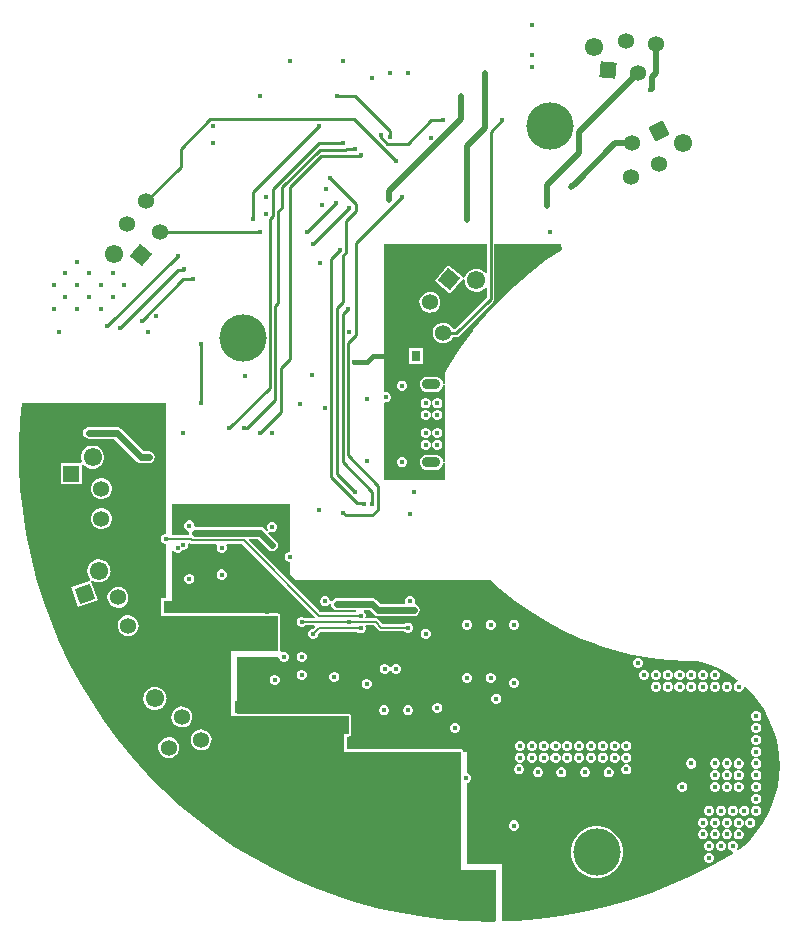
<source format=gbr>
%TF.GenerationSoftware,Altium Limited,Altium Designer,22.9.1 (49)*%
G04 Layer_Physical_Order=4*
G04 Layer_Color=16711680*
%FSLAX45Y45*%
%MOMM*%
%TF.SameCoordinates,A07B7C20-9008-4073-B72B-9E11D2315A39*%
%TF.FilePolarity,Positive*%
%TF.FileFunction,Copper,L4,Bot,Signal*%
%TF.Part,Single*%
G01*
G75*
%TA.AperFunction,SMDPad,CuDef*%
%ADD11R,0.80000X0.90000*%
%ADD27R,1.40000X1.10000*%
%TA.AperFunction,Conductor*%
%ADD37C,0.40000*%
%ADD38C,0.60000*%
%ADD41C,0.25400*%
%ADD42C,0.50000*%
%ADD43C,0.20000*%
%ADD46C,1.00000*%
%TA.AperFunction,ComponentPad*%
G04:AMPARAMS|DCode=49|XSize=0.9mm|YSize=1.6mm|CornerRadius=0.45mm|HoleSize=0mm|Usage=FLASHONLY|Rotation=90.000|XOffset=0mm|YOffset=0mm|HoleType=Round|Shape=RoundedRectangle|*
%AMROUNDEDRECTD49*
21,1,0.90000,0.70000,0,0,90.0*
21,1,0.00000,1.60000,0,0,90.0*
1,1,0.90000,0.35000,0.00000*
1,1,0.90000,0.35000,0.00000*
1,1,0.90000,-0.35000,0.00000*
1,1,0.90000,-0.35000,0.00000*
%
%ADD49ROUNDEDRECTD49*%
%ADD50P,1.92050X4X275.0*%
%ADD51C,1.35800*%
%ADD52C,1.55000*%
%ADD53P,1.92050X4X355.0*%
%ADD54P,1.92050X4X400.0*%
%ADD55P,1.92050X4X335.0*%
%ADD56P,1.92050X4X250.0*%
%ADD57R,1.35800X1.35800*%
%ADD58C,4.00000*%
%TA.AperFunction,ViaPad*%
%ADD59C,0.45000*%
G36*
X14101276Y12548941D02*
X13970242Y12460388D01*
X13969823Y12459964D01*
X13969289Y12459702D01*
X13833626Y12356150D01*
X13833232Y12355702D01*
X13832712Y12355410D01*
X13703246Y12244211D01*
X13702876Y12243742D01*
X13702374Y12243420D01*
X13579532Y12124944D01*
X13579192Y12124455D01*
X13578709Y12124104D01*
X13462898Y11998746D01*
X13462585Y11998237D01*
X13462125Y11997859D01*
X13353731Y11866034D01*
X13353448Y11865509D01*
X13353011Y11865105D01*
X13252394Y11727253D01*
X13252142Y11726712D01*
X13251727Y11726283D01*
X13159224Y11582861D01*
X13159059Y11582444D01*
X13158762Y11582110D01*
X13115649Y11508459D01*
X13115190Y11507131D01*
X13114407Y11505961D01*
X13113899Y11503404D01*
X13113046Y11500940D01*
X13113130Y11499537D01*
X13112856Y11498158D01*
Y11413906D01*
X13100156Y11413074D01*
X13099368Y11419050D01*
X13098328Y11426969D01*
X13091777Y11442780D01*
X13081358Y11456358D01*
X13067780Y11466777D01*
X13051968Y11473327D01*
X13035001Y11475561D01*
X12964999D01*
X12948032Y11473327D01*
X12932219Y11466777D01*
X12918642Y11456358D01*
X12908223Y11442780D01*
X12901672Y11426969D01*
X12899438Y11410000D01*
X12901672Y11393032D01*
X12908223Y11377220D01*
X12918642Y11363642D01*
X12932219Y11353223D01*
X12948032Y11346673D01*
X12964999Y11344439D01*
X13035001D01*
X13051968Y11346673D01*
X13067780Y11353223D01*
X13081358Y11363642D01*
X13091777Y11377220D01*
X13098328Y11393032D01*
X13100156Y11406926D01*
X13112856Y11406094D01*
X13112856Y10753905D01*
X13100156Y10753073D01*
X13099368Y10759051D01*
X13098328Y10766968D01*
X13091777Y10782780D01*
X13081358Y10796358D01*
X13067780Y10806777D01*
X13051968Y10813327D01*
X13035001Y10815561D01*
X12964999D01*
X12948032Y10813327D01*
X12932219Y10806777D01*
X12918642Y10796358D01*
X12908223Y10782780D01*
X12901672Y10766968D01*
X12899438Y10750000D01*
X12901672Y10733031D01*
X12908223Y10717220D01*
X12918642Y10703642D01*
X12932219Y10693223D01*
X12948032Y10686673D01*
X12964999Y10684439D01*
X13035001D01*
X13051968Y10686673D01*
X13067780Y10693223D01*
X13081358Y10703642D01*
X13091777Y10717220D01*
X13098328Y10733031D01*
X13100156Y10746927D01*
X13112856Y10746095D01*
Y10600000D01*
X12600000D01*
Y11252725D01*
X12607147Y11257500D01*
X12624054D01*
X12639674Y11263970D01*
X12651630Y11275926D01*
X12658100Y11291546D01*
Y11308454D01*
X12651630Y11324074D01*
X12639674Y11336030D01*
X12624054Y11342500D01*
X12607147D01*
X12600000Y11347275D01*
Y12600000D01*
X13466660D01*
Y12357943D01*
X13461925Y12355069D01*
X13453960Y12353349D01*
X13452853Y12354456D01*
X13450383Y12357983D01*
X13443813Y12363497D01*
X13437746Y12369564D01*
X13434016Y12371717D01*
X13430717Y12374485D01*
X13422942Y12378110D01*
X13415512Y12382400D01*
X13411353Y12383514D01*
X13407449Y12385334D01*
X13399001Y12386824D01*
X13390715Y12389044D01*
X13386409D01*
X13382169Y12389792D01*
X13373621Y12389044D01*
X13365042D01*
X13360884Y12387930D01*
X13356593Y12387555D01*
X13348531Y12384620D01*
X13340245Y12382400D01*
X13336516Y12380247D01*
X13332471Y12378774D01*
X13325443Y12373854D01*
X13318011Y12369564D01*
X13314967Y12366519D01*
X13311440Y12364049D01*
X13305927Y12357477D01*
X13299860Y12351411D01*
X13297707Y12347681D01*
X13294939Y12344383D01*
X13291313Y12336608D01*
X13287022Y12329178D01*
X13285909Y12325019D01*
X13284302Y12321573D01*
X13274136Y12314909D01*
Y12314909D01*
X13271165Y12314020D01*
X13269855Y12314176D01*
X13268373Y12315419D01*
X13139166Y12423836D01*
X13026164Y12289166D01*
X13160834Y12176164D01*
X13265759Y12301209D01*
X13267770Y12301021D01*
X13279631Y12295834D01*
X13280379Y12287287D01*
Y12278708D01*
X13281493Y12274549D01*
X13281868Y12270259D01*
X13284802Y12262197D01*
X13287022Y12253911D01*
X13289175Y12250182D01*
X13290649Y12246136D01*
X13295569Y12239108D01*
X13299860Y12231678D01*
X13302904Y12228633D01*
X13305374Y12225106D01*
X13311945Y12219592D01*
X13318011Y12213525D01*
X13321741Y12211372D01*
X13325040Y12208604D01*
X13332816Y12204978D01*
X13340245Y12200689D01*
X13344405Y12199575D01*
X13348306Y12197755D01*
X13356757Y12196265D01*
X13365042Y12194044D01*
X13369348D01*
X13373589Y12193297D01*
X13382137Y12194044D01*
X13390715D01*
X13394873Y12195159D01*
X13399162Y12195534D01*
X13407227Y12198469D01*
X13415512Y12200689D01*
X13419241Y12202842D01*
X13423286Y12204315D01*
X13430315Y12209235D01*
X13437746Y12213525D01*
X13440790Y12216570D01*
X13444318Y12219040D01*
X13449831Y12225611D01*
X13453960Y12229740D01*
X13461925Y12228020D01*
X13466660Y12225146D01*
Y12148043D01*
X13196826Y11878210D01*
X13181081D01*
X13178314Y11885807D01*
X13165039Y11904766D01*
X13147308Y11919643D01*
X13126334Y11929424D01*
X13103540Y11933443D01*
X13080484Y11931426D01*
X13058736Y11923510D01*
X13039777Y11910235D01*
X13024899Y11892505D01*
X13015118Y11871529D01*
X13011099Y11848736D01*
X13013116Y11825680D01*
X13021033Y11803931D01*
X13034306Y11784972D01*
X13052037Y11770095D01*
X13073013Y11760314D01*
X13095805Y11756295D01*
X13118863Y11758312D01*
X13140611Y11766228D01*
X13159570Y11779503D01*
X13174448Y11797233D01*
X13181113Y11811529D01*
X13210635D01*
X13223395Y11814067D01*
X13234212Y11821294D01*
X13523575Y12110658D01*
X13530803Y12121474D01*
X13533340Y12134233D01*
Y12600000D01*
X14100000D01*
X14101276Y12548941D01*
D02*
G37*
G36*
X11800000Y9992500D02*
X11791546D01*
X11775926Y9986030D01*
X11763970Y9974074D01*
X11757500Y9958454D01*
Y9941546D01*
X11763970Y9925926D01*
X11775926Y9913970D01*
X11791546Y9907500D01*
X11800000D01*
Y9800000D01*
X11850000Y9750000D01*
X11853513Y9753513D01*
X13499757D01*
X13581845Y9678198D01*
X13582397Y9677861D01*
X13582812Y9677364D01*
X13704552Y9578964D01*
X13705124Y9578663D01*
X13705569Y9578193D01*
X13833228Y9487604D01*
X13833818Y9487340D01*
X13834291Y9486898D01*
X13967369Y9404477D01*
X13967975Y9404250D01*
X13968475Y9403839D01*
X14106450Y9329907D01*
X14107069Y9329718D01*
X14107594Y9329339D01*
X14249925Y9264188D01*
X14250555Y9264038D01*
X14251102Y9263693D01*
X14397232Y9207576D01*
X14397870Y9207466D01*
X14398438Y9207156D01*
X14547794Y9160295D01*
X14548436Y9160225D01*
X14549022Y9159951D01*
X14701018Y9122528D01*
X14701665Y9122499D01*
X14702266Y9122262D01*
X14856306Y9094425D01*
X14856952Y9094437D01*
X14857568Y9094238D01*
X15013048Y9076096D01*
X15013693Y9076147D01*
X15014320Y9075987D01*
X15170630Y9067612D01*
X15171111Y9067681D01*
X15171587Y9067583D01*
X15247559Y9067084D01*
X15286374Y9057915D01*
X15366347Y9031003D01*
X15443489Y8996807D01*
X15517137Y8955622D01*
X15586659Y8907801D01*
X15590936Y8904233D01*
X15587291Y8890737D01*
X15575926Y8886030D01*
X15563971Y8874074D01*
X15557501Y8858454D01*
Y8841546D01*
X15563971Y8825926D01*
X15575926Y8813970D01*
X15591547Y8807500D01*
X15608453D01*
X15624074Y8813970D01*
X15636031Y8825926D01*
X15642500Y8841546D01*
Y8844689D01*
X15642606Y8844797D01*
X15655200Y8849996D01*
X15710982Y8793945D01*
X15764716Y8728886D01*
X15812202Y8659134D01*
X15853032Y8585289D01*
X15886855Y8507984D01*
X15913382Y8427883D01*
X15932385Y8345669D01*
X15943703Y8262049D01*
X15947237Y8177741D01*
X15942955Y8093467D01*
X15930898Y8009954D01*
X15911163Y7927913D01*
X15883926Y7848047D01*
X15849419Y7771046D01*
X15807935Y7697566D01*
X15759831Y7628239D01*
X15705522Y7563659D01*
X15645470Y7504379D01*
X15613802Y7478439D01*
X15593951Y7465887D01*
X15585970Y7475866D01*
X15586031Y7475926D01*
X15592500Y7491546D01*
Y7508454D01*
X15586031Y7524074D01*
X15574074Y7536030D01*
X15558453Y7542500D01*
X15541547D01*
X15525926Y7536030D01*
X15513969Y7524074D01*
X15507500Y7508454D01*
Y7491546D01*
X15513969Y7475926D01*
X15525926Y7463970D01*
X15541547Y7457500D01*
X15544733D01*
X15556734Y7444800D01*
X15556590Y7442263D01*
X15533531Y7427682D01*
X15366095Y7332813D01*
X15194272Y7246149D01*
X15018459Y7167888D01*
X14839069Y7098216D01*
X14656523Y7037295D01*
X14471248Y6985269D01*
X14283673Y6942257D01*
X14094237Y6908360D01*
X13903386Y6883658D01*
X13711563Y6868209D01*
X13609123Y6864928D01*
X13600000Y6873764D01*
Y7350000D01*
X13300000D01*
Y8032500D01*
X13300954D01*
X13316574Y8038970D01*
X13328529Y8050926D01*
X13335001Y8066546D01*
Y8083453D01*
X13328529Y8099074D01*
X13316574Y8111029D01*
X13300954Y8117500D01*
X13300000D01*
Y8300000D01*
X13270392D01*
X13268840Y8307804D01*
X13264420Y8314419D01*
X13257803Y8318840D01*
X13250000Y8320392D01*
X12300000D01*
Y8429608D01*
X12307804Y8431160D01*
X12314419Y8435580D01*
X12318840Y8442196D01*
X12320392Y8450000D01*
Y8600000D01*
X12318840Y8607804D01*
X12314419Y8614419D01*
X12307804Y8618840D01*
X12300000Y8620392D01*
X11350000D01*
Y9100000D01*
X11696861Y9100000D01*
X11703725Y9096159D01*
X11708787Y9090940D01*
X11713971Y9078426D01*
X11725926Y9066471D01*
X11741547Y9060000D01*
X11758454D01*
X11774074Y9066471D01*
X11786030Y9078426D01*
X11792500Y9094047D01*
Y9110954D01*
X11786030Y9126574D01*
X11774074Y9138530D01*
X11758454Y9145000D01*
X11741547D01*
X11731520Y9140847D01*
X11720290Y9149487D01*
X11720392Y9150000D01*
Y9450000D01*
X11718840Y9457804D01*
X11714419Y9464419D01*
X11707804Y9468840D01*
X11700000Y9470392D01*
X11609588D01*
X11608268Y9470129D01*
X11606926Y9470217D01*
X11605000Y9469964D01*
X11603073Y9470217D01*
X11601731Y9470129D01*
X11600411Y9470392D01*
X10800000D01*
Y10001467D01*
X10812700Y10003993D01*
X10813970Y10000926D01*
X10825926Y9988970D01*
X10841547Y9982500D01*
X10858454D01*
X10874074Y9988970D01*
X10886030Y10000926D01*
X10889162Y10008488D01*
X10891546Y10007500D01*
X10908454D01*
X10924074Y10013970D01*
X10936030Y10025926D01*
X10942500Y10041546D01*
Y10058454D01*
X10941299Y10061352D01*
X10941811Y10062119D01*
X10953503Y10068364D01*
X10953519Y10068371D01*
X10963442Y10061741D01*
X10975147Y10059412D01*
X11177716D01*
X11184457Y10046712D01*
X11180000Y10035953D01*
Y10019046D01*
X11186471Y10003426D01*
X11198426Y9991470D01*
X11214047Y9985000D01*
X11230954D01*
X11246574Y9991470D01*
X11258530Y10003426D01*
X11265000Y10019046D01*
Y10035953D01*
X11260544Y10046712D01*
X11267285Y10059412D01*
X11397330D01*
X12013455Y9443288D01*
X12008194Y9430588D01*
X11929516D01*
X11924074Y9436030D01*
X11908454Y9442500D01*
X11891546D01*
X11875926Y9436030D01*
X11863970Y9424074D01*
X11857500Y9408454D01*
Y9391546D01*
X11863970Y9375926D01*
X11875926Y9363970D01*
X11891546Y9357500D01*
X11908454D01*
X11924074Y9363970D01*
X11929516Y9369412D01*
X12008194D01*
X12013455Y9356712D01*
X11999242Y9342500D01*
X11991546D01*
X11975926Y9336030D01*
X11963970Y9324074D01*
X11957500Y9308454D01*
Y9291546D01*
X11963970Y9275926D01*
X11975926Y9263970D01*
X11991546Y9257500D01*
X12008454D01*
X12024074Y9263970D01*
X12036030Y9275926D01*
X12042500Y9291546D01*
Y9299242D01*
X12057670Y9314413D01*
X12370483D01*
X12375926Y9308970D01*
X12391546Y9302500D01*
X12408453D01*
X12424074Y9308970D01*
X12436029Y9320926D01*
X12442500Y9336546D01*
Y9353453D01*
X12441150Y9356712D01*
X12449636Y9369412D01*
X12513472D01*
X12554513Y9328371D01*
X12564436Y9321741D01*
X12576142Y9319412D01*
X12576143Y9319412D01*
X12770484D01*
X12775926Y9313970D01*
X12791546Y9307500D01*
X12808453D01*
X12824074Y9313970D01*
X12836031Y9325926D01*
X12842500Y9341546D01*
Y9358454D01*
X12836031Y9374074D01*
X12824074Y9386030D01*
X12808453Y9392500D01*
X12791546D01*
X12775926Y9386030D01*
X12770484Y9380588D01*
X12588812D01*
X12547771Y9421629D01*
X12537847Y9428259D01*
X12526142Y9430588D01*
X12526141Y9430588D01*
X12448355D01*
X12441299Y9441147D01*
X12442500Y9444046D01*
Y9460954D01*
X12436030Y9476574D01*
X12426284Y9486320D01*
X12428845Y9496730D01*
X12430177Y9499020D01*
X12476854D01*
X12511922Y9463952D01*
X12528461Y9452901D01*
X12547970Y9449020D01*
X12850000D01*
X12869508Y9452901D01*
X12886047Y9463952D01*
X12897099Y9480491D01*
X12900980Y9500000D01*
X12897099Y9519509D01*
X12886047Y9536048D01*
X12869508Y9547099D01*
X12863380Y9548318D01*
X12857393Y9559519D01*
X12860001Y9565811D01*
Y9582718D01*
X12853529Y9598339D01*
X12841574Y9610294D01*
X12825954Y9616765D01*
X12809045D01*
X12793426Y9610294D01*
X12781470Y9598339D01*
X12775000Y9582718D01*
Y9565811D01*
X12776769Y9561539D01*
X12769714Y9550980D01*
X12569087D01*
X12534018Y9586048D01*
X12517479Y9597099D01*
X12497970Y9600980D01*
X12200000D01*
X12180491Y9597099D01*
X12163952Y9586048D01*
X12155200Y9572949D01*
X12142500Y9576802D01*
Y9580954D01*
X12136030Y9596574D01*
X12124074Y9608530D01*
X12108454Y9615000D01*
X12091546D01*
X12075926Y9608530D01*
X12063970Y9596574D01*
X12057500Y9580954D01*
Y9564046D01*
X12063970Y9548426D01*
X12075926Y9536470D01*
X12091546Y9530000D01*
X12108454D01*
X12124074Y9536470D01*
X12136030Y9548426D01*
X12136935Y9550613D01*
X12141475Y9550382D01*
X12149477Y9547704D01*
X12152901Y9530491D01*
X12163952Y9513952D01*
X12180491Y9502901D01*
X12200000Y9499020D01*
X12358098D01*
X12364151Y9486320D01*
X12361530Y9483088D01*
X12231040D01*
X12226310Y9482147D01*
X12076477D01*
X12071746Y9483088D01*
X12071745Y9483088D01*
X12060170D01*
X11450970Y10092287D01*
X11455831Y10104020D01*
X11523884D01*
X11613952Y10013952D01*
X11630491Y10002901D01*
X11650000Y9999020D01*
X11669509Y10002901D01*
X11686048Y10013952D01*
X11697099Y10030491D01*
X11700980Y10050000D01*
X11697099Y10069509D01*
X11686048Y10086048D01*
X11617219Y10154877D01*
X11625926Y10163970D01*
X11641546Y10157500D01*
X11658454D01*
X11674074Y10163970D01*
X11686030Y10175926D01*
X11692500Y10191546D01*
Y10208454D01*
X11686030Y10224074D01*
X11674074Y10236030D01*
X11658454Y10242500D01*
X11641546D01*
X11625926Y10236030D01*
X11613970Y10224074D01*
X11607500Y10208454D01*
Y10191546D01*
X11613970Y10175926D01*
X11604877Y10167219D01*
X11581048Y10191048D01*
X11564509Y10202099D01*
X11545000Y10205980D01*
X11005000D01*
X11004962Y10205972D01*
X10992500Y10216442D01*
Y10223454D01*
X10986030Y10239074D01*
X10974074Y10251030D01*
X10958454Y10257500D01*
X10941546D01*
X10925926Y10251030D01*
X10913970Y10239074D01*
X10907500Y10223454D01*
Y10206546D01*
X10913970Y10190926D01*
X10925926Y10178970D01*
X10941546Y10172500D01*
X10950970Y10159800D01*
X10949021Y10150000D01*
X10950432Y10142905D01*
X10942375Y10133088D01*
X10800000D01*
Y10400000D01*
X11800000D01*
Y9992500D01*
D02*
G37*
G36*
X10750000Y10142500D02*
X10741546D01*
X10725926Y10136030D01*
X10713970Y10124074D01*
X10707500Y10108454D01*
Y10091546D01*
X10713970Y10075926D01*
X10725926Y10063970D01*
X10741546Y10057500D01*
X10750000D01*
Y9600000D01*
X10710000D01*
Y9450000D01*
X11600411D01*
X11605000Y9449396D01*
X11609588Y9450000D01*
X11700000D01*
Y9150000D01*
X11300000D01*
Y8600000D01*
X12300000D01*
Y8450000D01*
X12260000D01*
Y8300000D01*
X13250000D01*
Y7300000D01*
X13550000D01*
Y6863035D01*
X13519215Y6862049D01*
X13326801Y6865191D01*
X13134763Y6877630D01*
X12943542Y6899335D01*
X12753600Y6930256D01*
X12565372Y6970321D01*
X12379302Y7019435D01*
X12195828Y7077483D01*
X12015364Y7144335D01*
X11838345Y7219827D01*
X11665184Y7303787D01*
X11496282Y7396017D01*
X11332032Y7496303D01*
X11172824Y7604409D01*
X11019026Y7720084D01*
X10870998Y7843056D01*
X10729089Y7973035D01*
X10593622Y8109726D01*
X10464920Y8252805D01*
X10343288Y8401931D01*
X10229003Y8556763D01*
X10122333Y8716941D01*
X10023532Y8882082D01*
X9932824Y9051811D01*
X9850425Y9225723D01*
X9776530Y9403409D01*
X9711307Y9584466D01*
X9654912Y9768457D01*
X9607473Y9954968D01*
X9569104Y10143544D01*
X9539894Y10333759D01*
X9519911Y10525160D01*
X9509202Y10717309D01*
X9507791Y10909749D01*
X9515682Y11102023D01*
X9528942Y11250000D01*
X10750000D01*
Y10142500D01*
D02*
G37*
%LPC*%
G36*
X12990599Y12193999D02*
X12967543Y12191981D01*
X12945795Y12184066D01*
X12926836Y12170790D01*
X12911958Y12153061D01*
X12902177Y12132085D01*
X12898158Y12109292D01*
X12900175Y12086235D01*
X12908092Y12064487D01*
X12921365Y12045528D01*
X12939096Y12030651D01*
X12960072Y12020870D01*
X12982864Y12016850D01*
X13005920Y12018868D01*
X13027670Y12026784D01*
X13046629Y12040059D01*
X13061507Y12057788D01*
X13071288Y12078765D01*
X13075307Y12101557D01*
X13073289Y12124614D01*
X13065373Y12146363D01*
X13052098Y12165321D01*
X13034367Y12180198D01*
X13013393Y12189980D01*
X12990599Y12193999D01*
D02*
G37*
G36*
X12930000Y11715000D02*
X12810001D01*
Y11585000D01*
X12930000D01*
Y11715000D01*
D02*
G37*
G36*
X12758454Y11442500D02*
X12741546D01*
X12725926Y11436030D01*
X12713970Y11424074D01*
X12707500Y11408454D01*
Y11391546D01*
X12713970Y11375926D01*
X12725926Y11363970D01*
X12741546Y11357500D01*
X12758454D01*
X12774074Y11363970D01*
X12786030Y11375926D01*
X12792500Y11391546D01*
Y11408454D01*
X12786030Y11424074D01*
X12774074Y11436030D01*
X12758454Y11442500D01*
D02*
G37*
G36*
X13058453Y11292500D02*
X13041547D01*
X13025926Y11286030D01*
X13013969Y11274074D01*
X13007500Y11258454D01*
Y11241546D01*
X13013969Y11225926D01*
X13025926Y11213970D01*
X13041547Y11207500D01*
X13058453D01*
X13074074Y11213970D01*
X13086031Y11225926D01*
X13092500Y11241546D01*
Y11258454D01*
X13086031Y11274074D01*
X13074074Y11286030D01*
X13058453Y11292500D01*
D02*
G37*
G36*
X12958453D02*
X12941547D01*
X12925926Y11286030D01*
X12913969Y11274074D01*
X12907500Y11258454D01*
Y11241546D01*
X12913969Y11225926D01*
X12925926Y11213970D01*
X12941547Y11207500D01*
X12958453D01*
X12974074Y11213970D01*
X12986031Y11225926D01*
X12992500Y11241546D01*
Y11258454D01*
X12986031Y11274074D01*
X12974074Y11286030D01*
X12958453Y11292500D01*
D02*
G37*
G36*
X13058453Y11192500D02*
X13041547D01*
X13025926Y11186030D01*
X13013969Y11174074D01*
X13007500Y11158454D01*
Y11141546D01*
X13013969Y11125926D01*
X13025926Y11113970D01*
X13041547Y11107500D01*
X13058453D01*
X13074074Y11113970D01*
X13086031Y11125926D01*
X13092500Y11141546D01*
Y11158454D01*
X13086031Y11174074D01*
X13074074Y11186030D01*
X13058453Y11192500D01*
D02*
G37*
G36*
X12958453D02*
X12941547D01*
X12925926Y11186030D01*
X12913969Y11174074D01*
X12907500Y11158454D01*
Y11141546D01*
X12913969Y11125926D01*
X12925926Y11113970D01*
X12941547Y11107500D01*
X12958453D01*
X12974074Y11113970D01*
X12986031Y11125926D01*
X12992500Y11141546D01*
Y11158454D01*
X12986031Y11174074D01*
X12974074Y11186030D01*
X12958453Y11192500D01*
D02*
G37*
G36*
X13058453Y11042500D02*
X13041547D01*
X13025926Y11036030D01*
X13013969Y11024074D01*
X13007500Y11008454D01*
Y10991546D01*
X13013969Y10975926D01*
X13025926Y10963970D01*
X13041547Y10957500D01*
X13058453D01*
X13074074Y10963970D01*
X13086031Y10975926D01*
X13092500Y10991546D01*
Y11008454D01*
X13086031Y11024074D01*
X13074074Y11036030D01*
X13058453Y11042500D01*
D02*
G37*
G36*
X12958453Y11042500D02*
X12941547D01*
X12925926Y11036029D01*
X12913969Y11024074D01*
X12907500Y11008453D01*
Y10991546D01*
X12913969Y10975926D01*
X12925926Y10963970D01*
X12941547Y10957500D01*
X12958453D01*
X12974074Y10963970D01*
X12986031Y10975926D01*
X12992500Y10991546D01*
Y11008453D01*
X12986031Y11024074D01*
X12974074Y11036029D01*
X12958453Y11042500D01*
D02*
G37*
G36*
X13058453Y10942500D02*
X13041547D01*
X13025926Y10936030D01*
X13013969Y10924074D01*
X13007500Y10908454D01*
Y10891546D01*
X13013969Y10875926D01*
X13025926Y10863970D01*
X13041547Y10857500D01*
X13058453D01*
X13074074Y10863970D01*
X13086031Y10875926D01*
X13092500Y10891546D01*
Y10908454D01*
X13086031Y10924074D01*
X13074074Y10936030D01*
X13058453Y10942500D01*
D02*
G37*
G36*
X12958453D02*
X12941547D01*
X12925926Y10936030D01*
X12913969Y10924074D01*
X12907500Y10908454D01*
Y10891546D01*
X12913969Y10875926D01*
X12925926Y10863970D01*
X12941547Y10857500D01*
X12958453D01*
X12974074Y10863970D01*
X12986031Y10875926D01*
X12992500Y10891546D01*
Y10908454D01*
X12986031Y10924074D01*
X12974074Y10936030D01*
X12958453Y10942500D01*
D02*
G37*
G36*
X12758454Y10792500D02*
X12741546D01*
X12725926Y10786030D01*
X12713970Y10774074D01*
X12707500Y10758454D01*
Y10741546D01*
X12713970Y10725926D01*
X12725926Y10713970D01*
X12741546Y10707500D01*
X12758454D01*
X12774074Y10713970D01*
X12786030Y10725926D01*
X12792500Y10741546D01*
Y10758454D01*
X12786030Y10774074D01*
X12774074Y10786030D01*
X12758454Y10792500D01*
D02*
G37*
G36*
X11230954Y9842500D02*
X11214047D01*
X11198426Y9836030D01*
X11186471Y9824074D01*
X11180000Y9808454D01*
Y9791546D01*
X11186471Y9775926D01*
X11198426Y9763970D01*
X11214047Y9757500D01*
X11230954D01*
X11246574Y9763970D01*
X11258530Y9775926D01*
X11265000Y9791546D01*
Y9808454D01*
X11258530Y9824074D01*
X11246574Y9836030D01*
X11230954Y9842500D01*
D02*
G37*
G36*
X10958454Y9805000D02*
X10941546D01*
X10925926Y9798530D01*
X10913970Y9786574D01*
X10907500Y9770954D01*
Y9754047D01*
X10913970Y9738426D01*
X10925926Y9726471D01*
X10941546Y9720000D01*
X10958454D01*
X10974074Y9726471D01*
X10986030Y9738426D01*
X10992500Y9754047D01*
Y9770954D01*
X10986030Y9786574D01*
X10974074Y9798530D01*
X10958454Y9805000D01*
D02*
G37*
G36*
X13708453Y9417500D02*
X13691547D01*
X13675926Y9411030D01*
X13663969Y9399074D01*
X13657500Y9383454D01*
Y9366546D01*
X13663969Y9350926D01*
X13675926Y9338970D01*
X13691547Y9332500D01*
X13708453D01*
X13724074Y9338970D01*
X13736029Y9350926D01*
X13742500Y9366546D01*
Y9383454D01*
X13736029Y9399074D01*
X13724074Y9411030D01*
X13708453Y9417500D01*
D02*
G37*
G36*
X13508453D02*
X13491547D01*
X13475926Y9411030D01*
X13463969Y9399074D01*
X13457500Y9383454D01*
Y9366546D01*
X13463969Y9350926D01*
X13475926Y9338970D01*
X13491547Y9332500D01*
X13508453D01*
X13524074Y9338970D01*
X13536029Y9350926D01*
X13542499Y9366546D01*
Y9383454D01*
X13536029Y9399074D01*
X13524074Y9411030D01*
X13508453Y9417500D01*
D02*
G37*
G36*
X13308453D02*
X13291547D01*
X13275926Y9411030D01*
X13263969Y9399074D01*
X13257500Y9383454D01*
Y9366546D01*
X13263969Y9350926D01*
X13275926Y9338970D01*
X13291547Y9332500D01*
X13308453D01*
X13324074Y9338970D01*
X13336029Y9350926D01*
X13342500Y9366546D01*
Y9383454D01*
X13336029Y9399074D01*
X13324074Y9411030D01*
X13308453Y9417500D01*
D02*
G37*
G36*
X12958453Y9342500D02*
X12941547D01*
X12925926Y9336030D01*
X12913969Y9324074D01*
X12907500Y9308454D01*
Y9291546D01*
X12913969Y9275926D01*
X12925926Y9263970D01*
X12941547Y9257500D01*
X12958453D01*
X12974074Y9263970D01*
X12986031Y9275926D01*
X12992500Y9291546D01*
Y9308454D01*
X12986031Y9324074D01*
X12974074Y9336030D01*
X12958453Y9342500D01*
D02*
G37*
G36*
X11908454Y9145000D02*
X11891547D01*
X11875926Y9138530D01*
X11863971Y9126574D01*
X11857501Y9110954D01*
Y9094047D01*
X11863971Y9078426D01*
X11875926Y9066471D01*
X11891547Y9060000D01*
X11908454D01*
X11924074Y9066471D01*
X11936030Y9078426D01*
X11942500Y9094047D01*
Y9110954D01*
X11936030Y9126574D01*
X11924074Y9138530D01*
X11908454Y9145000D01*
D02*
G37*
G36*
X12708453Y9042500D02*
X12691546D01*
X12675926Y9036030D01*
X12663970Y9024074D01*
X12657500Y9008454D01*
X12645000D01*
X12638529Y9024074D01*
X12626574Y9036030D01*
X12610953Y9042500D01*
X12594046D01*
X12578426Y9036030D01*
X12566470Y9024074D01*
X12560000Y9008454D01*
Y8991546D01*
X12566470Y8975926D01*
X12578426Y8963970D01*
X12594046Y8957500D01*
X12610953D01*
X12626574Y8963970D01*
X12638529Y8975926D01*
X12645000Y8991546D01*
X12657500D01*
X12663970Y8975926D01*
X12675926Y8963970D01*
X12691546Y8957500D01*
X12708453D01*
X12724074Y8963970D01*
X12736029Y8975926D01*
X12742500Y8991546D01*
Y9008454D01*
X12736029Y9024074D01*
X12724074Y9036030D01*
X12708453Y9042500D01*
D02*
G37*
G36*
X14758453Y9092500D02*
X14741547D01*
X14725926Y9086030D01*
X14713969Y9074074D01*
X14707500Y9058454D01*
Y9041546D01*
X14713969Y9025926D01*
X14725926Y9013970D01*
X14741547Y9007500D01*
X14758453D01*
X14774074Y9013970D01*
X14786031Y9025926D01*
X14792500Y9041546D01*
Y9058454D01*
X14786031Y9074074D01*
X14774074Y9086030D01*
X14758453Y9092500D01*
D02*
G37*
G36*
X15408453Y8992500D02*
X15391547D01*
X15375926Y8986030D01*
X15363971Y8974074D01*
X15357500Y8958454D01*
Y8941547D01*
X15363971Y8925926D01*
X15375926Y8913970D01*
X15391547Y8907500D01*
X15408453D01*
X15424074Y8913970D01*
X15436031Y8925926D01*
X15442500Y8941547D01*
Y8958454D01*
X15436031Y8974074D01*
X15424074Y8986030D01*
X15408453Y8992500D01*
D02*
G37*
G36*
X15308453D02*
X15291547D01*
X15275926Y8986030D01*
X15263969Y8974074D01*
X15257500Y8958454D01*
Y8941547D01*
X15263969Y8925926D01*
X15275926Y8913970D01*
X15291547Y8907500D01*
X15308453D01*
X15324074Y8913970D01*
X15336031Y8925926D01*
X15342500Y8941547D01*
Y8958454D01*
X15336031Y8974074D01*
X15324074Y8986030D01*
X15308453Y8992500D01*
D02*
G37*
G36*
X15208453D02*
X15191547D01*
X15175926Y8986030D01*
X15163969Y8974074D01*
X15157500Y8958454D01*
Y8941547D01*
X15163969Y8925926D01*
X15175926Y8913970D01*
X15191547Y8907500D01*
X15208453D01*
X15224074Y8913970D01*
X15236031Y8925926D01*
X15242500Y8941547D01*
Y8958454D01*
X15236031Y8974074D01*
X15224074Y8986030D01*
X15208453Y8992500D01*
D02*
G37*
G36*
X15108453D02*
X15091547D01*
X15075926Y8986030D01*
X15063971Y8974074D01*
X15057500Y8958454D01*
Y8941547D01*
X15063971Y8925926D01*
X15075926Y8913970D01*
X15091547Y8907500D01*
X15108453D01*
X15124074Y8913970D01*
X15136031Y8925926D01*
X15142500Y8941547D01*
Y8958454D01*
X15136031Y8974074D01*
X15124074Y8986030D01*
X15108453Y8992500D01*
D02*
G37*
G36*
X14908453D02*
X14891547D01*
X14875926Y8986030D01*
X14863971Y8974074D01*
X14857500Y8958454D01*
Y8941547D01*
X14863971Y8925926D01*
X14875926Y8913970D01*
X14891547Y8907500D01*
X14908453D01*
X14924074Y8913970D01*
X14936031Y8925926D01*
X14942500Y8941547D01*
Y8958454D01*
X14936031Y8974074D01*
X14924074Y8986030D01*
X14908453Y8992500D01*
D02*
G37*
G36*
X15008453Y8992500D02*
X14991547D01*
X14975926Y8986030D01*
X14963969Y8974074D01*
X14957500Y8958454D01*
Y8941546D01*
X14963969Y8925926D01*
X14975926Y8913970D01*
X14991547Y8907500D01*
X15008453D01*
X15024074Y8913970D01*
X15036031Y8925926D01*
X15042500Y8941546D01*
Y8958454D01*
X15036031Y8974074D01*
X15024074Y8986030D01*
X15008453Y8992500D01*
D02*
G37*
G36*
X14808453D02*
X14791547D01*
X14775926Y8986030D01*
X14763969Y8974074D01*
X14757500Y8958454D01*
Y8941546D01*
X14763969Y8925926D01*
X14775926Y8913970D01*
X14791547Y8907500D01*
X14808453D01*
X14824074Y8913970D01*
X14836031Y8925926D01*
X14842500Y8941546D01*
Y8958454D01*
X14836031Y8974074D01*
X14824074Y8986030D01*
X14808453Y8992500D01*
D02*
G37*
G36*
X11908454Y8990000D02*
X11891546D01*
X11875926Y8983529D01*
X11863970Y8971574D01*
X11857500Y8955953D01*
Y8939046D01*
X11863970Y8923426D01*
X11875926Y8911470D01*
X11891546Y8905000D01*
X11908454D01*
X11924074Y8911470D01*
X11936030Y8923426D01*
X11942500Y8939046D01*
Y8955953D01*
X11936030Y8971574D01*
X11924074Y8983529D01*
X11908454Y8990000D01*
D02*
G37*
G36*
X12186863Y8974090D02*
X12169956D01*
X12154336Y8967620D01*
X12142380Y8955664D01*
X12135910Y8940044D01*
Y8923136D01*
X12142380Y8907516D01*
X12154336Y8895560D01*
X12169956Y8889090D01*
X12186863D01*
X12202484Y8895560D01*
X12214439Y8907516D01*
X12220910Y8923136D01*
Y8940044D01*
X12214439Y8955664D01*
X12202484Y8967620D01*
X12186863Y8974090D01*
D02*
G37*
G36*
X13508453Y8967500D02*
X13491547D01*
X13475926Y8961030D01*
X13463971Y8949074D01*
X13457500Y8933454D01*
Y8916546D01*
X13463971Y8900926D01*
X13475926Y8888970D01*
X13491547Y8882500D01*
X13508453D01*
X13524074Y8888970D01*
X13536031Y8900926D01*
X13542500Y8916546D01*
Y8933454D01*
X13536031Y8949074D01*
X13524074Y8961030D01*
X13508453Y8967500D01*
D02*
G37*
G36*
X13308453D02*
X13291547D01*
X13275926Y8961030D01*
X13263971Y8949074D01*
X13257501Y8933454D01*
Y8916546D01*
X13263971Y8900926D01*
X13275926Y8888970D01*
X13291547Y8882500D01*
X13308453D01*
X13324074Y8888970D01*
X13336031Y8900926D01*
X13342500Y8916546D01*
Y8933454D01*
X13336031Y8949074D01*
X13324074Y8961030D01*
X13308453Y8967500D01*
D02*
G37*
G36*
X11679626Y8947500D02*
X11662719D01*
X11647098Y8941030D01*
X11635143Y8929074D01*
X11628673Y8913454D01*
Y8896547D01*
X11635143Y8880926D01*
X11647098Y8868971D01*
X11662719Y8862500D01*
X11679626D01*
X11695247Y8868971D01*
X11707202Y8880926D01*
X11713672Y8896547D01*
Y8913454D01*
X11707202Y8929074D01*
X11695247Y8941030D01*
X11679626Y8947500D01*
D02*
G37*
G36*
X13708453Y8922500D02*
X13691547D01*
X13675926Y8916029D01*
X13663971Y8904074D01*
X13657500Y8888453D01*
Y8871546D01*
X13663971Y8855926D01*
X13675926Y8843970D01*
X13691547Y8837500D01*
X13708453D01*
X13724074Y8843970D01*
X13736031Y8855926D01*
X13742500Y8871546D01*
Y8888453D01*
X13736031Y8904074D01*
X13724074Y8916029D01*
X13708453Y8922500D01*
D02*
G37*
G36*
X12458453Y8917500D02*
X12441546D01*
X12425926Y8911030D01*
X12413970Y8899074D01*
X12407500Y8883454D01*
Y8866546D01*
X12413970Y8850926D01*
X12425926Y8838970D01*
X12441546Y8832500D01*
X12458453D01*
X12474074Y8838970D01*
X12486029Y8850926D01*
X12492500Y8866546D01*
Y8883454D01*
X12486029Y8899074D01*
X12474074Y8911030D01*
X12458453Y8917500D01*
D02*
G37*
G36*
X15508453Y8892500D02*
X15491547D01*
X15475926Y8886030D01*
X15463971Y8874074D01*
X15457500Y8858454D01*
Y8841546D01*
X15463971Y8825926D01*
X15475926Y8813970D01*
X15491547Y8807500D01*
X15508453D01*
X15524074Y8813970D01*
X15536031Y8825926D01*
X15542500Y8841546D01*
Y8858454D01*
X15536031Y8874074D01*
X15524074Y8886030D01*
X15508453Y8892500D01*
D02*
G37*
G36*
X15408453D02*
X15391547D01*
X15375926Y8886030D01*
X15363971Y8874074D01*
X15357500Y8858454D01*
Y8841546D01*
X15363971Y8825926D01*
X15375926Y8813970D01*
X15391547Y8807500D01*
X15408453D01*
X15424074Y8813970D01*
X15436031Y8825926D01*
X15442500Y8841546D01*
Y8858454D01*
X15436031Y8874074D01*
X15424074Y8886030D01*
X15408453Y8892500D01*
D02*
G37*
G36*
X15308453D02*
X15291547D01*
X15275926Y8886030D01*
X15263969Y8874074D01*
X15257500Y8858454D01*
Y8841546D01*
X15263969Y8825926D01*
X15275926Y8813970D01*
X15291547Y8807500D01*
X15308453D01*
X15324074Y8813970D01*
X15336031Y8825926D01*
X15342500Y8841546D01*
Y8858454D01*
X15336031Y8874074D01*
X15324074Y8886030D01*
X15308453Y8892500D01*
D02*
G37*
G36*
X15208453D02*
X15191547D01*
X15175926Y8886030D01*
X15163969Y8874074D01*
X15157500Y8858454D01*
Y8841546D01*
X15163969Y8825926D01*
X15175926Y8813970D01*
X15191547Y8807500D01*
X15208453D01*
X15224074Y8813970D01*
X15236031Y8825926D01*
X15242500Y8841546D01*
Y8858454D01*
X15236031Y8874074D01*
X15224074Y8886030D01*
X15208453Y8892500D01*
D02*
G37*
G36*
X15108453D02*
X15091547D01*
X15075926Y8886030D01*
X15063971Y8874074D01*
X15057500Y8858454D01*
Y8841546D01*
X15063971Y8825926D01*
X15075926Y8813970D01*
X15091547Y8807500D01*
X15108453D01*
X15124074Y8813970D01*
X15136031Y8825926D01*
X15142500Y8841546D01*
Y8858454D01*
X15136031Y8874074D01*
X15124074Y8886030D01*
X15108453Y8892500D01*
D02*
G37*
G36*
X15008453D02*
X14991547D01*
X14975926Y8886030D01*
X14963971Y8874074D01*
X14957500Y8858454D01*
Y8841546D01*
X14963971Y8825926D01*
X14975926Y8813970D01*
X14991547Y8807500D01*
X15008453D01*
X15024074Y8813970D01*
X15036031Y8825926D01*
X15042500Y8841546D01*
Y8858454D01*
X15036031Y8874074D01*
X15024074Y8886030D01*
X15008453Y8892500D01*
D02*
G37*
G36*
X14908453D02*
X14891547D01*
X14875926Y8886030D01*
X14863971Y8874074D01*
X14857500Y8858454D01*
Y8841546D01*
X14863971Y8825926D01*
X14875926Y8813970D01*
X14891547Y8807500D01*
X14908453D01*
X14924074Y8813970D01*
X14936031Y8825926D01*
X14942500Y8841546D01*
Y8858454D01*
X14936031Y8874074D01*
X14924074Y8886030D01*
X14908453Y8892500D01*
D02*
G37*
G36*
X13558453Y8792500D02*
X13541547D01*
X13525926Y8786030D01*
X13513969Y8774074D01*
X13507500Y8758454D01*
Y8741546D01*
X13513969Y8725926D01*
X13525926Y8713970D01*
X13541547Y8707500D01*
X13558453D01*
X13574074Y8713970D01*
X13586031Y8725926D01*
X13592500Y8741546D01*
Y8758454D01*
X13586031Y8774074D01*
X13574074Y8786030D01*
X13558453Y8792500D01*
D02*
G37*
G36*
X13058453Y8712500D02*
X13041547D01*
X13025926Y8706030D01*
X13013969Y8694074D01*
X13007500Y8678454D01*
Y8661547D01*
X13013969Y8645926D01*
X13025926Y8633971D01*
X13041547Y8627500D01*
X13058453D01*
X13074074Y8633971D01*
X13086031Y8645926D01*
X13092500Y8661547D01*
Y8678454D01*
X13086031Y8694074D01*
X13074074Y8706030D01*
X13058453Y8712500D01*
D02*
G37*
G36*
X12808453Y8692500D02*
X12791546D01*
X12775926Y8686030D01*
X12763970Y8674074D01*
X12757500Y8658454D01*
Y8641546D01*
X12763970Y8625926D01*
X12775926Y8613970D01*
X12791546Y8607500D01*
X12808453D01*
X12824074Y8613970D01*
X12836031Y8625926D01*
X12842500Y8641546D01*
Y8658454D01*
X12836031Y8674074D01*
X12824074Y8686030D01*
X12808453Y8692500D01*
D02*
G37*
G36*
X12608454D02*
X12591546D01*
X12575926Y8686030D01*
X12563970Y8674074D01*
X12557500Y8658454D01*
Y8641546D01*
X12563970Y8625926D01*
X12575926Y8613970D01*
X12591546Y8607500D01*
X12608454D01*
X12624074Y8613970D01*
X12636030Y8625926D01*
X12642500Y8641546D01*
Y8658454D01*
X12636030Y8674074D01*
X12624074Y8686030D01*
X12608454Y8692500D01*
D02*
G37*
G36*
X15758453Y8642500D02*
X15741547D01*
X15725926Y8636030D01*
X15713969Y8624074D01*
X15707500Y8608454D01*
Y8591546D01*
X15713969Y8575926D01*
X15725926Y8563970D01*
X15741547Y8557500D01*
X15758453D01*
X15774074Y8563970D01*
X15786031Y8575926D01*
X15792500Y8591546D01*
Y8608454D01*
X15786031Y8624074D01*
X15774074Y8636030D01*
X15758453Y8642500D01*
D02*
G37*
G36*
X15758453Y8542500D02*
X15741547D01*
X15725926Y8536030D01*
X15713971Y8524074D01*
X15707500Y8508454D01*
Y8491546D01*
X15713971Y8475926D01*
X15725926Y8463970D01*
X15741547Y8457500D01*
X15758453D01*
X15774074Y8463970D01*
X15786031Y8475926D01*
X15792500Y8491546D01*
Y8508454D01*
X15786031Y8524074D01*
X15774074Y8536030D01*
X15758453Y8542500D01*
D02*
G37*
G36*
X13208453D02*
X13191547D01*
X13175926Y8536030D01*
X13163969Y8524074D01*
X13157500Y8508454D01*
Y8491546D01*
X13163969Y8475926D01*
X13175926Y8463970D01*
X13191547Y8457500D01*
X13208453D01*
X13224074Y8463970D01*
X13236031Y8475926D01*
X13242500Y8491546D01*
Y8508454D01*
X13236031Y8524074D01*
X13224074Y8536030D01*
X13208453Y8542500D01*
D02*
G37*
G36*
X15758453Y8442500D02*
X15741547D01*
X15725926Y8436030D01*
X15713971Y8424074D01*
X15707500Y8408454D01*
Y8391546D01*
X15713971Y8375926D01*
X15725926Y8363970D01*
X15741547Y8357500D01*
X15758453D01*
X15774074Y8363970D01*
X15786031Y8375926D01*
X15792500Y8391546D01*
Y8408454D01*
X15786031Y8424074D01*
X15774074Y8436030D01*
X15758453Y8442500D01*
D02*
G37*
G36*
X14658453Y8392500D02*
X14641547D01*
X14625926Y8386030D01*
X14613969Y8374074D01*
X14607500Y8358454D01*
Y8341546D01*
X14613969Y8325926D01*
X14625926Y8313970D01*
X14641547Y8307500D01*
X14658453D01*
X14674074Y8313970D01*
X14686031Y8325926D01*
X14692500Y8341546D01*
Y8358454D01*
X14686031Y8374074D01*
X14674074Y8386030D01*
X14658453Y8392500D01*
D02*
G37*
G36*
X14558453D02*
X14541547D01*
X14525926Y8386030D01*
X14513969Y8374074D01*
X14507500Y8358454D01*
Y8341546D01*
X14513969Y8325926D01*
X14525926Y8313970D01*
X14541547Y8307500D01*
X14558453D01*
X14574074Y8313970D01*
X14586031Y8325926D01*
X14592500Y8341546D01*
Y8358454D01*
X14586031Y8374074D01*
X14574074Y8386030D01*
X14558453Y8392500D01*
D02*
G37*
G36*
X14458453D02*
X14441547D01*
X14425926Y8386030D01*
X14413969Y8374074D01*
X14407500Y8358454D01*
Y8341546D01*
X14413969Y8325926D01*
X14425926Y8313970D01*
X14441547Y8307500D01*
X14458453D01*
X14474074Y8313970D01*
X14486031Y8325926D01*
X14492500Y8341546D01*
Y8358454D01*
X14486031Y8374074D01*
X14474074Y8386030D01*
X14458453Y8392500D01*
D02*
G37*
G36*
X14358453D02*
X14341547D01*
X14325926Y8386030D01*
X14313969Y8374074D01*
X14307500Y8358454D01*
Y8341546D01*
X14313969Y8325926D01*
X14325926Y8313970D01*
X14341547Y8307500D01*
X14358453D01*
X14374074Y8313970D01*
X14386031Y8325926D01*
X14392500Y8341546D01*
Y8358454D01*
X14386031Y8374074D01*
X14374074Y8386030D01*
X14358453Y8392500D01*
D02*
G37*
G36*
X14258453D02*
X14241547D01*
X14225926Y8386030D01*
X14213969Y8374074D01*
X14207500Y8358454D01*
Y8341546D01*
X14213969Y8325926D01*
X14225926Y8313970D01*
X14241547Y8307500D01*
X14258453D01*
X14274074Y8313970D01*
X14286031Y8325926D01*
X14292500Y8341546D01*
Y8358454D01*
X14286031Y8374074D01*
X14274074Y8386030D01*
X14258453Y8392500D01*
D02*
G37*
G36*
X14158453D02*
X14141547D01*
X14125926Y8386030D01*
X14113969Y8374074D01*
X14107500Y8358454D01*
Y8341546D01*
X14113969Y8325926D01*
X14125926Y8313970D01*
X14141547Y8307500D01*
X14158453D01*
X14174074Y8313970D01*
X14186031Y8325926D01*
X14192500Y8341546D01*
Y8358454D01*
X14186031Y8374074D01*
X14174074Y8386030D01*
X14158453Y8392500D01*
D02*
G37*
G36*
X14058453D02*
X14041547D01*
X14025926Y8386030D01*
X14013969Y8374074D01*
X14007500Y8358454D01*
Y8341546D01*
X14013969Y8325926D01*
X14025926Y8313970D01*
X14041547Y8307500D01*
X14058453D01*
X14074074Y8313970D01*
X14086031Y8325926D01*
X14092500Y8341546D01*
Y8358454D01*
X14086031Y8374074D01*
X14074074Y8386030D01*
X14058453Y8392500D01*
D02*
G37*
G36*
X13958453D02*
X13941547D01*
X13925926Y8386030D01*
X13913969Y8374074D01*
X13907500Y8358454D01*
Y8341546D01*
X13913969Y8325926D01*
X13925926Y8313970D01*
X13941547Y8307500D01*
X13958453D01*
X13974074Y8313970D01*
X13986031Y8325926D01*
X13992500Y8341546D01*
Y8358454D01*
X13986031Y8374074D01*
X13974074Y8386030D01*
X13958453Y8392500D01*
D02*
G37*
G36*
X13858453D02*
X13841547D01*
X13825926Y8386030D01*
X13813969Y8374074D01*
X13807500Y8358454D01*
Y8341546D01*
X13813969Y8325926D01*
X13825926Y8313970D01*
X13841547Y8307500D01*
X13858453D01*
X13874074Y8313970D01*
X13886031Y8325926D01*
X13892500Y8341546D01*
Y8358454D01*
X13886031Y8374074D01*
X13874074Y8386030D01*
X13858453Y8392500D01*
D02*
G37*
G36*
X13758453D02*
X13741547D01*
X13725926Y8386030D01*
X13713969Y8374074D01*
X13707500Y8358454D01*
Y8341546D01*
X13713969Y8325926D01*
X13725926Y8313970D01*
X13741547Y8307500D01*
X13758453D01*
X13774074Y8313970D01*
X13786031Y8325926D01*
X13792500Y8341546D01*
Y8358454D01*
X13786031Y8374074D01*
X13774074Y8386030D01*
X13758453Y8392500D01*
D02*
G37*
G36*
X15758453Y8342500D02*
X15741547D01*
X15725926Y8336030D01*
X15713971Y8324074D01*
X15707500Y8308454D01*
Y8291547D01*
X15713971Y8275926D01*
X15725926Y8263971D01*
X15741547Y8257500D01*
X15758453D01*
X15774074Y8263971D01*
X15786031Y8275926D01*
X15792500Y8291547D01*
Y8308454D01*
X15786031Y8324074D01*
X15774074Y8336030D01*
X15758453Y8342500D01*
D02*
G37*
G36*
X14658453Y8292500D02*
X14641547D01*
X14625926Y8286030D01*
X14613969Y8274074D01*
X14607500Y8258454D01*
Y8241546D01*
X14613969Y8225926D01*
X14625926Y8213970D01*
X14641547Y8207500D01*
X14658453D01*
X14674074Y8213970D01*
X14686031Y8225926D01*
X14692500Y8241546D01*
Y8258454D01*
X14686031Y8274074D01*
X14674074Y8286030D01*
X14658453Y8292500D01*
D02*
G37*
G36*
X14558453D02*
X14541547D01*
X14525926Y8286030D01*
X14513969Y8274074D01*
X14507500Y8258454D01*
Y8241546D01*
X14513969Y8225926D01*
X14525926Y8213970D01*
X14541547Y8207500D01*
X14558453D01*
X14574074Y8213970D01*
X14586031Y8225926D01*
X14592500Y8241546D01*
Y8258454D01*
X14586031Y8274074D01*
X14574074Y8286030D01*
X14558453Y8292500D01*
D02*
G37*
G36*
X14458453D02*
X14441547D01*
X14425926Y8286030D01*
X14413969Y8274074D01*
X14407500Y8258454D01*
Y8241546D01*
X14413969Y8225926D01*
X14425926Y8213970D01*
X14441547Y8207500D01*
X14458453D01*
X14474074Y8213970D01*
X14486031Y8225926D01*
X14492500Y8241546D01*
Y8258454D01*
X14486031Y8274074D01*
X14474074Y8286030D01*
X14458453Y8292500D01*
D02*
G37*
G36*
X14358453D02*
X14341547D01*
X14325926Y8286030D01*
X14313969Y8274074D01*
X14307500Y8258454D01*
Y8241546D01*
X14313969Y8225926D01*
X14325926Y8213970D01*
X14341547Y8207500D01*
X14358453D01*
X14374074Y8213970D01*
X14386031Y8225926D01*
X14392500Y8241546D01*
Y8258454D01*
X14386031Y8274074D01*
X14374074Y8286030D01*
X14358453Y8292500D01*
D02*
G37*
G36*
X14258453D02*
X14241547D01*
X14225926Y8286030D01*
X14213969Y8274074D01*
X14207500Y8258454D01*
Y8241546D01*
X14213969Y8225926D01*
X14225926Y8213970D01*
X14241547Y8207500D01*
X14258453D01*
X14274074Y8213970D01*
X14286031Y8225926D01*
X14292500Y8241546D01*
Y8258454D01*
X14286031Y8274074D01*
X14274074Y8286030D01*
X14258453Y8292500D01*
D02*
G37*
G36*
X14158453D02*
X14141547D01*
X14125926Y8286030D01*
X14113969Y8274074D01*
X14107500Y8258454D01*
Y8241546D01*
X14113969Y8225926D01*
X14125926Y8213970D01*
X14141547Y8207500D01*
X14158453D01*
X14174074Y8213970D01*
X14186031Y8225926D01*
X14192500Y8241546D01*
Y8258454D01*
X14186031Y8274074D01*
X14174074Y8286030D01*
X14158453Y8292500D01*
D02*
G37*
G36*
X14058453D02*
X14041547D01*
X14025926Y8286030D01*
X14013969Y8274074D01*
X14007500Y8258454D01*
Y8241546D01*
X14013969Y8225926D01*
X14025926Y8213970D01*
X14041547Y8207500D01*
X14058453D01*
X14074074Y8213970D01*
X14086031Y8225926D01*
X14092500Y8241546D01*
Y8258454D01*
X14086031Y8274074D01*
X14074074Y8286030D01*
X14058453Y8292500D01*
D02*
G37*
G36*
X13958453D02*
X13941547D01*
X13925926Y8286030D01*
X13913969Y8274074D01*
X13907500Y8258454D01*
Y8241546D01*
X13913969Y8225926D01*
X13925926Y8213970D01*
X13941547Y8207500D01*
X13958453D01*
X13974074Y8213970D01*
X13986031Y8225926D01*
X13992500Y8241546D01*
Y8258454D01*
X13986031Y8274074D01*
X13974074Y8286030D01*
X13958453Y8292500D01*
D02*
G37*
G36*
X13858453D02*
X13841547D01*
X13825926Y8286030D01*
X13813969Y8274074D01*
X13807500Y8258454D01*
Y8241546D01*
X13813969Y8225926D01*
X13825926Y8213970D01*
X13841547Y8207500D01*
X13858453D01*
X13874074Y8213970D01*
X13886031Y8225926D01*
X13892500Y8241546D01*
Y8258454D01*
X13886031Y8274074D01*
X13874074Y8286030D01*
X13858453Y8292500D01*
D02*
G37*
G36*
X13758453D02*
X13741547D01*
X13725926Y8286030D01*
X13713969Y8274074D01*
X13707500Y8258454D01*
Y8241546D01*
X13713969Y8225926D01*
X13725926Y8213970D01*
X13741547Y8207500D01*
X13758453D01*
X13774074Y8213970D01*
X13786031Y8225926D01*
X13792500Y8241546D01*
Y8258454D01*
X13786031Y8274074D01*
X13774074Y8286030D01*
X13758453Y8292500D01*
D02*
G37*
G36*
X15758453Y8242500D02*
X15741547D01*
X15725926Y8236030D01*
X15713971Y8224074D01*
X15707500Y8208454D01*
Y8191546D01*
X15713971Y8175926D01*
X15725926Y8163970D01*
X15741547Y8157500D01*
X15758453D01*
X15774074Y8163970D01*
X15786031Y8175926D01*
X15792500Y8191546D01*
Y8208454D01*
X15786031Y8224074D01*
X15774074Y8236030D01*
X15758453Y8242500D01*
D02*
G37*
G36*
X15608453D02*
X15591547D01*
X15575926Y8236030D01*
X15563969Y8224074D01*
X15557500Y8208454D01*
Y8191546D01*
X15563969Y8175926D01*
X15575926Y8163970D01*
X15591547Y8157500D01*
X15608453D01*
X15624074Y8163970D01*
X15636031Y8175926D01*
X15642500Y8191546D01*
Y8208454D01*
X15636031Y8224074D01*
X15624074Y8236030D01*
X15608453Y8242500D01*
D02*
G37*
G36*
X15508453D02*
X15491547D01*
X15475926Y8236030D01*
X15463969Y8224074D01*
X15457500Y8208454D01*
Y8191546D01*
X15463969Y8175926D01*
X15475926Y8163970D01*
X15491547Y8157500D01*
X15508453D01*
X15524074Y8163970D01*
X15536031Y8175926D01*
X15542500Y8191546D01*
Y8208454D01*
X15536031Y8224074D01*
X15524074Y8236030D01*
X15508453Y8242500D01*
D02*
G37*
G36*
X15408453D02*
X15391547D01*
X15375926Y8236030D01*
X15363969Y8224074D01*
X15357500Y8208454D01*
Y8191546D01*
X15363969Y8175926D01*
X15375926Y8163970D01*
X15391547Y8157500D01*
X15408453D01*
X15424074Y8163970D01*
X15436031Y8175926D01*
X15442500Y8191546D01*
Y8208454D01*
X15436031Y8224074D01*
X15424074Y8236030D01*
X15408453Y8242500D01*
D02*
G37*
G36*
X15208453D02*
X15191547D01*
X15175926Y8236030D01*
X15163969Y8224074D01*
X15157500Y8208454D01*
Y8191546D01*
X15163969Y8175926D01*
X15175926Y8163970D01*
X15191547Y8157500D01*
X15208453D01*
X15224074Y8163970D01*
X15236029Y8175926D01*
X15242500Y8191546D01*
Y8208454D01*
X15236029Y8224074D01*
X15224074Y8236030D01*
X15208453Y8242500D01*
D02*
G37*
G36*
X14658453Y8192500D02*
X14641547D01*
X14625926Y8186030D01*
X14613969Y8174074D01*
X14607500Y8158454D01*
Y8141546D01*
X14613969Y8125926D01*
X14625926Y8113970D01*
X14641547Y8107500D01*
X14658453D01*
X14674074Y8113970D01*
X14686031Y8125926D01*
X14692500Y8141546D01*
Y8158454D01*
X14686031Y8174074D01*
X14674074Y8186030D01*
X14658453Y8192500D01*
D02*
G37*
G36*
X13748454D02*
X13731546D01*
X13715926Y8186030D01*
X13703970Y8174074D01*
X13697501Y8158454D01*
Y8141546D01*
X13703970Y8125926D01*
X13715926Y8113970D01*
X13731546Y8107500D01*
X13748454D01*
X13764075Y8113970D01*
X13776030Y8125926D01*
X13782500Y8141546D01*
Y8158454D01*
X13776030Y8174074D01*
X13764075Y8186030D01*
X13748454Y8192500D01*
D02*
G37*
G36*
X14308453Y8167500D02*
X14291547D01*
X14275926Y8161030D01*
X14263969Y8149074D01*
X14257500Y8133454D01*
Y8116547D01*
X14263969Y8100926D01*
X14275926Y8088971D01*
X14291547Y8082500D01*
X14308453D01*
X14324074Y8088971D01*
X14336031Y8100926D01*
X14342500Y8116547D01*
Y8133454D01*
X14336031Y8149074D01*
X14324074Y8161030D01*
X14308453Y8167500D01*
D02*
G37*
G36*
X14508453Y8167500D02*
X14491547D01*
X14475926Y8161030D01*
X14463969Y8149074D01*
X14457500Y8133454D01*
Y8116546D01*
X14463969Y8100926D01*
X14475926Y8088970D01*
X14491547Y8082500D01*
X14508453D01*
X14524074Y8088970D01*
X14536029Y8100926D01*
X14542499Y8116546D01*
Y8133454D01*
X14536029Y8149074D01*
X14524074Y8161030D01*
X14508453Y8167500D01*
D02*
G37*
G36*
X14108453D02*
X14091547D01*
X14075926Y8161030D01*
X14063969Y8149074D01*
X14057500Y8133454D01*
Y8116546D01*
X14063969Y8100926D01*
X14075926Y8088970D01*
X14091547Y8082500D01*
X14108453D01*
X14124074Y8088970D01*
X14136029Y8100926D01*
X14142500Y8116546D01*
Y8133454D01*
X14136029Y8149074D01*
X14124074Y8161030D01*
X14108453Y8167500D01*
D02*
G37*
G36*
X13908453D02*
X13891547D01*
X13875926Y8161030D01*
X13863969Y8149074D01*
X13857500Y8133454D01*
Y8116546D01*
X13863969Y8100926D01*
X13875926Y8088970D01*
X13891547Y8082500D01*
X13908453D01*
X13924074Y8088970D01*
X13936029Y8100926D01*
X13942499Y8116546D01*
Y8133454D01*
X13936029Y8149074D01*
X13924074Y8161030D01*
X13908453Y8167500D01*
D02*
G37*
G36*
X15758453Y8142500D02*
X15741547D01*
X15725926Y8136030D01*
X15713971Y8124074D01*
X15707500Y8108454D01*
Y8091546D01*
X15713971Y8075926D01*
X15725926Y8063970D01*
X15741547Y8057500D01*
X15758453D01*
X15774074Y8063970D01*
X15786031Y8075926D01*
X15792500Y8091546D01*
Y8108454D01*
X15786031Y8124074D01*
X15774074Y8136030D01*
X15758453Y8142500D01*
D02*
G37*
G36*
X15608453D02*
X15591547D01*
X15575926Y8136030D01*
X15563969Y8124074D01*
X15557500Y8108454D01*
Y8091546D01*
X15563969Y8075926D01*
X15575926Y8063970D01*
X15591547Y8057500D01*
X15608453D01*
X15624074Y8063970D01*
X15636031Y8075926D01*
X15642500Y8091546D01*
Y8108454D01*
X15636031Y8124074D01*
X15624074Y8136030D01*
X15608453Y8142500D01*
D02*
G37*
G36*
X15508453D02*
X15491547D01*
X15475926Y8136030D01*
X15463969Y8124074D01*
X15457500Y8108454D01*
Y8091546D01*
X15463969Y8075926D01*
X15475926Y8063970D01*
X15491547Y8057500D01*
X15508453D01*
X15524074Y8063970D01*
X15536031Y8075926D01*
X15542500Y8091546D01*
Y8108454D01*
X15536031Y8124074D01*
X15524074Y8136030D01*
X15508453Y8142500D01*
D02*
G37*
G36*
X15408453D02*
X15391547D01*
X15375926Y8136030D01*
X15363969Y8124074D01*
X15357500Y8108454D01*
Y8091546D01*
X15363969Y8075926D01*
X15375926Y8063970D01*
X15391547Y8057500D01*
X15408453D01*
X15424074Y8063970D01*
X15436031Y8075926D01*
X15442500Y8091546D01*
Y8108454D01*
X15436031Y8124074D01*
X15424074Y8136030D01*
X15408453Y8142500D01*
D02*
G37*
G36*
X15133453Y8042500D02*
X15116547D01*
X15100926Y8036030D01*
X15088971Y8024074D01*
X15082500Y8008454D01*
Y7991547D01*
X15088971Y7975926D01*
X15100926Y7963971D01*
X15116547Y7957500D01*
X15133453D01*
X15149074Y7963971D01*
X15161031Y7975926D01*
X15167500Y7991547D01*
Y8008454D01*
X15161031Y8024074D01*
X15149074Y8036030D01*
X15133453Y8042500D01*
D02*
G37*
G36*
X15758453Y8042500D02*
X15741547D01*
X15725926Y8036030D01*
X15713971Y8024074D01*
X15707500Y8008454D01*
Y7991546D01*
X15713971Y7975926D01*
X15725926Y7963970D01*
X15741547Y7957500D01*
X15758453D01*
X15774074Y7963970D01*
X15786031Y7975926D01*
X15792500Y7991546D01*
Y8008454D01*
X15786031Y8024074D01*
X15774074Y8036030D01*
X15758453Y8042500D01*
D02*
G37*
G36*
X15608453Y8042500D02*
X15591547D01*
X15575926Y8036029D01*
X15563969Y8024074D01*
X15557500Y8008453D01*
Y7991546D01*
X15563969Y7975926D01*
X15575926Y7963970D01*
X15591547Y7957500D01*
X15608453D01*
X15624074Y7963970D01*
X15636029Y7975926D01*
X15642500Y7991546D01*
Y8008453D01*
X15636029Y8024074D01*
X15624074Y8036029D01*
X15608453Y8042500D01*
D02*
G37*
G36*
X15508453D02*
X15491547D01*
X15475926Y8036029D01*
X15463969Y8024074D01*
X15457500Y8008453D01*
Y7991546D01*
X15463969Y7975926D01*
X15475926Y7963970D01*
X15491547Y7957500D01*
X15508453D01*
X15524074Y7963970D01*
X15536029Y7975926D01*
X15542500Y7991546D01*
Y8008453D01*
X15536029Y8024074D01*
X15524074Y8036029D01*
X15508453Y8042500D01*
D02*
G37*
G36*
X15408453D02*
X15391547D01*
X15375926Y8036029D01*
X15363969Y8024074D01*
X15357500Y8008453D01*
Y7991546D01*
X15363969Y7975926D01*
X15375926Y7963970D01*
X15391547Y7957500D01*
X15408453D01*
X15424074Y7963970D01*
X15436031Y7975926D01*
X15442500Y7991546D01*
Y8008453D01*
X15436031Y8024074D01*
X15424074Y8036029D01*
X15408453Y8042500D01*
D02*
G37*
G36*
X15758453Y7942500D02*
X15741547D01*
X15725926Y7936030D01*
X15713971Y7924074D01*
X15707500Y7908454D01*
Y7891546D01*
X15713971Y7875926D01*
X15725926Y7863970D01*
X15741547Y7857500D01*
X15758453D01*
X15774074Y7863970D01*
X15786031Y7875926D01*
X15792500Y7891546D01*
Y7908454D01*
X15786031Y7924074D01*
X15774074Y7936030D01*
X15758453Y7942500D01*
D02*
G37*
G36*
X15658453Y7842500D02*
X15641547D01*
X15625926Y7836030D01*
X15613971Y7824074D01*
X15607500Y7808454D01*
Y7791547D01*
X15613971Y7775926D01*
X15625926Y7763971D01*
X15641547Y7757500D01*
X15658453D01*
X15674074Y7763971D01*
X15686031Y7775926D01*
X15692500Y7791547D01*
Y7808454D01*
X15686031Y7824074D01*
X15674074Y7836030D01*
X15658453Y7842500D01*
D02*
G37*
G36*
X15558453D02*
X15541547D01*
X15525926Y7836030D01*
X15513969Y7824074D01*
X15507500Y7808454D01*
Y7791547D01*
X15513969Y7775926D01*
X15525926Y7763971D01*
X15541547Y7757500D01*
X15558453D01*
X15574074Y7763971D01*
X15586031Y7775926D01*
X15592500Y7791547D01*
Y7808454D01*
X15586031Y7824074D01*
X15574074Y7836030D01*
X15558453Y7842500D01*
D02*
G37*
G36*
X15458453D02*
X15441547D01*
X15425926Y7836030D01*
X15413969Y7824074D01*
X15407500Y7808454D01*
Y7791547D01*
X15413969Y7775926D01*
X15425926Y7763971D01*
X15441547Y7757500D01*
X15458453D01*
X15474074Y7763971D01*
X15486031Y7775926D01*
X15492500Y7791547D01*
Y7808454D01*
X15486031Y7824074D01*
X15474074Y7836030D01*
X15458453Y7842500D01*
D02*
G37*
G36*
X15358453D02*
X15341547D01*
X15325926Y7836030D01*
X15313971Y7824074D01*
X15307501Y7808454D01*
Y7791547D01*
X15313971Y7775926D01*
X15325926Y7763971D01*
X15341547Y7757500D01*
X15358453D01*
X15374074Y7763971D01*
X15386031Y7775926D01*
X15392500Y7791547D01*
Y7808454D01*
X15386031Y7824074D01*
X15374074Y7836030D01*
X15358453Y7842500D01*
D02*
G37*
G36*
X15758453Y7842500D02*
X15741547D01*
X15725926Y7836030D01*
X15713969Y7824074D01*
X15707500Y7808454D01*
Y7791546D01*
X15713969Y7775926D01*
X15725926Y7763970D01*
X15741547Y7757500D01*
X15758453D01*
X15774074Y7763970D01*
X15786031Y7775926D01*
X15792500Y7791546D01*
Y7808454D01*
X15786031Y7824074D01*
X15774074Y7836030D01*
X15758453Y7842500D01*
D02*
G37*
G36*
X15708453Y7742500D02*
X15691547D01*
X15675926Y7736030D01*
X15663969Y7724074D01*
X15657500Y7708454D01*
Y7691546D01*
X15663969Y7675926D01*
X15675926Y7663970D01*
X15691547Y7657500D01*
X15708453D01*
X15724074Y7663970D01*
X15736031Y7675926D01*
X15742500Y7691546D01*
Y7708454D01*
X15736031Y7724074D01*
X15724074Y7736030D01*
X15708453Y7742500D01*
D02*
G37*
G36*
X15608453D02*
X15591547D01*
X15575926Y7736030D01*
X15563971Y7724074D01*
X15557501Y7708454D01*
Y7691546D01*
X15563971Y7675926D01*
X15575926Y7663970D01*
X15591547Y7657500D01*
X15608453D01*
X15624074Y7663970D01*
X15636031Y7675926D01*
X15642500Y7691546D01*
Y7708454D01*
X15636031Y7724074D01*
X15624074Y7736030D01*
X15608453Y7742500D01*
D02*
G37*
G36*
X15508453D02*
X15491547D01*
X15475926Y7736030D01*
X15463971Y7724074D01*
X15457500Y7708454D01*
Y7691546D01*
X15463971Y7675926D01*
X15475926Y7663970D01*
X15491547Y7657500D01*
X15508453D01*
X15524074Y7663970D01*
X15536031Y7675926D01*
X15542500Y7691546D01*
Y7708454D01*
X15536031Y7724074D01*
X15524074Y7736030D01*
X15508453Y7742500D01*
D02*
G37*
G36*
X15408453D02*
X15391547D01*
X15375926Y7736030D01*
X15363971Y7724074D01*
X15357500Y7708454D01*
Y7691546D01*
X15363971Y7675926D01*
X15375926Y7663970D01*
X15391547Y7657500D01*
X15408453D01*
X15424074Y7663970D01*
X15436031Y7675926D01*
X15442500Y7691546D01*
Y7708454D01*
X15436031Y7724074D01*
X15424074Y7736030D01*
X15408453Y7742500D01*
D02*
G37*
G36*
X15308453D02*
X15291547D01*
X15275926Y7736030D01*
X15263969Y7724074D01*
X15257500Y7708454D01*
Y7691546D01*
X15263969Y7675926D01*
X15275926Y7663970D01*
X15291547Y7657500D01*
X15308453D01*
X15324074Y7663970D01*
X15336031Y7675926D01*
X15342500Y7691546D01*
Y7708454D01*
X15336031Y7724074D01*
X15324074Y7736030D01*
X15308453Y7742500D01*
D02*
G37*
G36*
X13708453Y7717500D02*
X13691547D01*
X13675928Y7711030D01*
X13663971Y7699074D01*
X13657501Y7683454D01*
Y7666546D01*
X13663971Y7650926D01*
X13675928Y7638970D01*
X13691547Y7632500D01*
X13708453D01*
X13724075Y7638970D01*
X13736031Y7650926D01*
X13742500Y7666546D01*
Y7683454D01*
X13736031Y7699074D01*
X13724075Y7711030D01*
X13708453Y7717500D01*
D02*
G37*
G36*
X15608453Y7642500D02*
X15591547D01*
X15575926Y7636030D01*
X15563971Y7624074D01*
X15557501Y7608454D01*
Y7591546D01*
X15563971Y7575926D01*
X15575926Y7563970D01*
X15591547Y7557500D01*
X15608453D01*
X15624074Y7563970D01*
X15636031Y7575926D01*
X15642500Y7591546D01*
Y7608454D01*
X15636031Y7624074D01*
X15624074Y7636030D01*
X15608453Y7642500D01*
D02*
G37*
G36*
X15508453D02*
X15491547D01*
X15475926Y7636030D01*
X15463971Y7624074D01*
X15457500Y7608454D01*
Y7591546D01*
X15463971Y7575926D01*
X15475926Y7563970D01*
X15491547Y7557500D01*
X15508453D01*
X15524074Y7563970D01*
X15536031Y7575926D01*
X15542500Y7591546D01*
Y7608454D01*
X15536031Y7624074D01*
X15524074Y7636030D01*
X15508453Y7642500D01*
D02*
G37*
G36*
X15408453D02*
X15391547D01*
X15375926Y7636030D01*
X15363971Y7624074D01*
X15357500Y7608454D01*
Y7591546D01*
X15363971Y7575926D01*
X15375926Y7563970D01*
X15391547Y7557500D01*
X15408453D01*
X15424074Y7563970D01*
X15436031Y7575926D01*
X15442500Y7591546D01*
Y7608454D01*
X15436031Y7624074D01*
X15424074Y7636030D01*
X15408453Y7642500D01*
D02*
G37*
G36*
X15308453D02*
X15291547D01*
X15275926Y7636030D01*
X15263969Y7624074D01*
X15257500Y7608454D01*
Y7591546D01*
X15263969Y7575926D01*
X15275926Y7563970D01*
X15291547Y7557500D01*
X15308453D01*
X15324074Y7563970D01*
X15336031Y7575926D01*
X15342500Y7591546D01*
Y7608454D01*
X15336031Y7624074D01*
X15324074Y7636030D01*
X15308453Y7642500D01*
D02*
G37*
G36*
X15458453Y7542500D02*
X15441547D01*
X15425926Y7536030D01*
X15413969Y7524074D01*
X15407500Y7508454D01*
Y7491546D01*
X15413969Y7475926D01*
X15425926Y7463970D01*
X15441547Y7457500D01*
X15458453D01*
X15474074Y7463970D01*
X15486031Y7475926D01*
X15492500Y7491546D01*
Y7508454D01*
X15486031Y7524074D01*
X15474074Y7536030D01*
X15458453Y7542500D01*
D02*
G37*
G36*
X15358453D02*
X15341547D01*
X15325926Y7536030D01*
X15313971Y7524074D01*
X15307501Y7508454D01*
Y7491546D01*
X15313971Y7475926D01*
X15325926Y7463970D01*
X15341547Y7457500D01*
X15358453D01*
X15374074Y7463970D01*
X15386031Y7475926D01*
X15392500Y7491546D01*
Y7508454D01*
X15386031Y7524074D01*
X15374074Y7536030D01*
X15358453Y7542500D01*
D02*
G37*
G36*
Y7442500D02*
X15341547D01*
X15325926Y7436030D01*
X15313971Y7424074D01*
X15307501Y7408454D01*
Y7391546D01*
X15313971Y7375926D01*
X15325926Y7363970D01*
X15341547Y7357500D01*
X15358453D01*
X15374074Y7363970D01*
X15386031Y7375926D01*
X15392500Y7391546D01*
Y7408454D01*
X15386031Y7424074D01*
X15374074Y7436030D01*
X15358453Y7442500D01*
D02*
G37*
G36*
X14421667Y7670000D02*
X14378333D01*
X14335828Y7661546D01*
X14295792Y7644961D01*
X14259758Y7620885D01*
X14229115Y7590242D01*
X14205038Y7554209D01*
X14188454Y7514172D01*
X14180000Y7471668D01*
Y7428332D01*
X14188454Y7385829D01*
X14205038Y7345791D01*
X14229115Y7309758D01*
X14259758Y7279115D01*
X14295792Y7255039D01*
X14335828Y7238455D01*
X14378333Y7230000D01*
X14421667D01*
X14464171Y7238455D01*
X14504208Y7255039D01*
X14540242Y7279115D01*
X14570885Y7309758D01*
X14594962Y7345791D01*
X14611545Y7385829D01*
X14620000Y7428332D01*
Y7471668D01*
X14611545Y7514172D01*
X14594962Y7554209D01*
X14570885Y7590242D01*
X14540242Y7620885D01*
X14504208Y7644961D01*
X14464171Y7661546D01*
X14421667Y7670000D01*
D02*
G37*
G36*
X10142836Y10891500D02*
X10117164D01*
X10092366Y10884855D01*
X10070134Y10872019D01*
X10051980Y10853866D01*
X10039145Y10831633D01*
X10032500Y10806836D01*
Y10781164D01*
X10038878Y10757359D01*
X10035433Y10745609D01*
Y10745609D01*
X10035433Y10745608D01*
D01*
X10032832Y10741900D01*
X10028837Y10741900D01*
X9862100D01*
Y10566100D01*
X10037900D01*
Y10731218D01*
X10037900Y10733121D01*
X10043073Y10734507D01*
Y10734507D01*
X10043074Y10734508D01*
Y10734507D01*
X10054914Y10731200D01*
X10070134Y10715980D01*
X10092366Y10703144D01*
X10117164Y10696500D01*
X10142836D01*
X10167633Y10703144D01*
X10189866Y10715980D01*
X10208019Y10734133D01*
X10220855Y10756366D01*
X10227500Y10781164D01*
Y10806836D01*
X10220855Y10831633D01*
X10208019Y10853866D01*
X10189866Y10872019D01*
X10167633Y10884855D01*
X10142836Y10891500D01*
D02*
G37*
G36*
X10334499Y11050980D02*
X10100000D01*
X10080491Y11047099D01*
X10063952Y11036048D01*
X10052901Y11019509D01*
X10049021Y11000000D01*
X10052901Y10980491D01*
X10063952Y10963952D01*
X10080491Y10952901D01*
X10100000Y10949021D01*
X10313383D01*
X10507499Y10754905D01*
X10524038Y10743854D01*
X10543547Y10739973D01*
X10605764D01*
X10625273Y10743854D01*
X10641812Y10754905D01*
X10652863Y10771444D01*
X10656744Y10790953D01*
X10652863Y10810461D01*
X10641812Y10827000D01*
X10625273Y10838051D01*
X10605764Y10841932D01*
X10564663D01*
X10370547Y11036048D01*
X10354008Y11047099D01*
X10334499Y11050980D01*
D02*
G37*
G36*
X10215572Y10614900D02*
X10192428D01*
X10170072Y10608909D01*
X10150028Y10597337D01*
X10133662Y10580972D01*
X10122090Y10560928D01*
X10116100Y10538572D01*
Y10515428D01*
X10122090Y10493072D01*
X10133662Y10473028D01*
X10150028Y10456662D01*
X10170072Y10445090D01*
X10192428Y10439100D01*
X10215572D01*
X10237928Y10445090D01*
X10257972Y10456662D01*
X10274337Y10473028D01*
X10285910Y10493072D01*
X10291900Y10515428D01*
Y10538572D01*
X10285910Y10560928D01*
X10274337Y10580972D01*
X10257972Y10597337D01*
X10237928Y10608909D01*
X10215572Y10614900D01*
D02*
G37*
G36*
Y10360900D02*
X10192428D01*
X10170072Y10354909D01*
X10150028Y10343337D01*
X10133662Y10326972D01*
X10122090Y10306928D01*
X10116100Y10284572D01*
Y10261428D01*
X10122090Y10239072D01*
X10133662Y10219028D01*
X10150028Y10202662D01*
X10170072Y10191090D01*
X10192428Y10185100D01*
X10215572D01*
X10237928Y10191090D01*
X10257972Y10202662D01*
X10274337Y10219028D01*
X10285910Y10239072D01*
X10291900Y10261428D01*
Y10284572D01*
X10285910Y10306928D01*
X10274337Y10326972D01*
X10257972Y10343337D01*
X10237928Y10354909D01*
X10215572Y10360900D01*
D02*
G37*
G36*
X10188679Y9930050D02*
X10180134Y9929302D01*
X10171553D01*
X10167394Y9928188D01*
X10163104Y9927813D01*
X10155041Y9924878D01*
X10146755Y9922658D01*
X10143027Y9920505D01*
X10138980Y9919032D01*
X10131953Y9914111D01*
X10124523Y9909822D01*
X10121478Y9906776D01*
X10117951Y9904307D01*
X10112436Y9897735D01*
X10106370Y9891669D01*
X10104217Y9887940D01*
X10101449Y9884641D01*
X10097823Y9876865D01*
X10093534Y9869436D01*
X10092419Y9865277D01*
X10090599Y9861374D01*
X10089110Y9852925D01*
X10086889Y9844638D01*
Y9840332D01*
X10086142Y9836092D01*
X10086889Y9827547D01*
Y9818966D01*
X10088004Y9814807D01*
X10088379Y9810517D01*
X10091314Y9802455D01*
X10093534Y9794169D01*
X10095687Y9790440D01*
X10097159Y9786393D01*
X10102080Y9779366D01*
X10106370Y9771936D01*
X10109415Y9768891D01*
X10111595Y9765777D01*
X10112284Y9753641D01*
D01*
X10111568Y9750624D01*
X10110778Y9749567D01*
X10108961Y9748905D01*
X9950465Y9691217D01*
X10010592Y9526019D01*
X10175790Y9586146D01*
X10119960Y9739536D01*
X10121128Y9741183D01*
X10131550Y9748862D01*
X10139327Y9745236D01*
X10146755Y9740947D01*
X10150914Y9739833D01*
X10154817Y9738013D01*
X10163266Y9736523D01*
X10171553Y9734302D01*
X10175860D01*
X10180099Y9733555D01*
X10188645Y9734302D01*
X10197225D01*
X10201384Y9735417D01*
X10205674Y9735792D01*
X10213737Y9738727D01*
X10222023Y9740947D01*
X10225751Y9743100D01*
X10229798Y9744573D01*
X10236825Y9749493D01*
X10244255Y9753783D01*
X10247301Y9756828D01*
X10250828Y9759298D01*
X10256342Y9765870D01*
X10262408Y9771936D01*
X10264561Y9775665D01*
X10267329Y9778963D01*
X10270956Y9786740D01*
X10275244Y9794169D01*
X10276359Y9798327D01*
X10278179Y9802231D01*
X10279669Y9810679D01*
X10281889Y9818966D01*
Y9823273D01*
X10282637Y9827512D01*
X10281889Y9836058D01*
Y9844638D01*
X10280774Y9848797D01*
X10280399Y9853087D01*
X10277465Y9861150D01*
X10275244Y9869436D01*
X10273091Y9873165D01*
X10271619Y9877211D01*
X10266698Y9884238D01*
X10262408Y9891669D01*
X10259363Y9894714D01*
X10256894Y9898241D01*
X10250322Y9903755D01*
X10244255Y9909822D01*
X10240527Y9911974D01*
X10237228Y9914742D01*
X10229451Y9918369D01*
X10222023Y9922658D01*
X10217864Y9923772D01*
X10213961Y9925592D01*
X10205512Y9927082D01*
X10197225Y9929302D01*
X10192918D01*
X10188679Y9930050D01*
D02*
G37*
G36*
X10349113Y9694788D02*
X10326057Y9692771D01*
X10304308Y9684855D01*
X10285349Y9671580D01*
X10270472Y9653850D01*
X10260691Y9632874D01*
X10256672Y9610081D01*
X10258689Y9587025D01*
X10266605Y9565276D01*
X10279880Y9546317D01*
X10297610Y9531440D01*
X10318585Y9521659D01*
X10341379Y9517640D01*
X10364435Y9519657D01*
X10386184Y9527573D01*
X10405143Y9540848D01*
X10420020Y9558578D01*
X10429801Y9579554D01*
X10433820Y9602347D01*
X10431803Y9625403D01*
X10423887Y9647152D01*
X10410612Y9666111D01*
X10392882Y9680988D01*
X10371906Y9690769D01*
X10349113Y9694788D01*
D02*
G37*
G36*
X10435986Y9456106D02*
X10412930Y9454089D01*
X10391181Y9446173D01*
X10372222Y9432898D01*
X10357345Y9415168D01*
X10347564Y9394192D01*
X10343545Y9371399D01*
X10345562Y9348343D01*
X10353478Y9326594D01*
X10366753Y9307635D01*
X10384483Y9292758D01*
X10405458Y9282977D01*
X10428252Y9278958D01*
X10451308Y9280975D01*
X10473057Y9288891D01*
X10492016Y9302166D01*
X10506893Y9319896D01*
X10516674Y9340872D01*
X10520693Y9363665D01*
X10518676Y9386721D01*
X10510760Y9408470D01*
X10497485Y9427429D01*
X10479755Y9442306D01*
X10458779Y9452087D01*
X10435986Y9456106D01*
D02*
G37*
G36*
X10654131Y8849791D02*
X10649890Y8849043D01*
X10645584D01*
X10637298Y8846823D01*
X10628849Y8845333D01*
X10624945Y8843512D01*
X10620787Y8842398D01*
X10613357Y8838109D01*
X10605582Y8834483D01*
X10602283Y8831715D01*
X10598554Y8829562D01*
X10592487Y8823495D01*
X10585916Y8817981D01*
X10583446Y8814454D01*
X10580401Y8811409D01*
X10576111Y8803979D01*
X10571191Y8796952D01*
X10569718Y8792905D01*
X10567565Y8789176D01*
X10565345Y8780890D01*
X10562410Y8772828D01*
X10562035Y8768538D01*
X10560920Y8764379D01*
Y8755800D01*
X10560173Y8747253D01*
X10560920Y8743012D01*
Y8738707D01*
X10563141Y8730421D01*
X10564631Y8721971D01*
X10566451Y8718068D01*
X10567565Y8713909D01*
X10571854Y8706480D01*
X10575480Y8698704D01*
X10578248Y8695406D01*
X10580401Y8691677D01*
X10586468Y8685610D01*
X10591982Y8679038D01*
X10595509Y8676568D01*
X10598554Y8673523D01*
X10605984Y8669234D01*
X10613012Y8664313D01*
X10617058Y8662840D01*
X10620787Y8660688D01*
X10629073Y8658467D01*
X10637135Y8655533D01*
X10641426Y8655157D01*
X10645584Y8654043D01*
X10654163D01*
X10662710Y8653295D01*
X10666951Y8654043D01*
X10671257D01*
X10679543Y8656263D01*
X10687992Y8657753D01*
X10691895Y8659573D01*
X10696054Y8660688D01*
X10703484Y8664977D01*
X10711259Y8668603D01*
X10714557Y8671370D01*
X10718287Y8673523D01*
X10724353Y8679590D01*
X10730925Y8685105D01*
X10733395Y8688632D01*
X10736440Y8691677D01*
X10740730Y8699107D01*
X10745650Y8706134D01*
X10747123Y8710180D01*
X10749276Y8713909D01*
X10751496Y8722195D01*
X10754431Y8730258D01*
X10754806Y8734548D01*
X10755920Y8738707D01*
Y8747285D01*
X10756668Y8755832D01*
X10755920Y8760073D01*
Y8764379D01*
X10753700Y8772665D01*
X10752210Y8781115D01*
X10750390Y8785018D01*
X10749276Y8789176D01*
X10744986Y8796606D01*
X10741361Y8804381D01*
X10738593Y8807680D01*
X10736440Y8811409D01*
X10730373Y8817476D01*
X10724859Y8824048D01*
X10721332Y8826517D01*
X10718287Y8829562D01*
X10710857Y8833852D01*
X10703829Y8838773D01*
X10699783Y8840245D01*
X10696054Y8842398D01*
X10687768Y8844618D01*
X10679705Y8847553D01*
X10675415Y8847928D01*
X10671257Y8849043D01*
X10662678D01*
X10654131Y8849791D01*
D02*
G37*
G36*
X10882865Y8683149D02*
X10860072Y8679130D01*
X10839096Y8669349D01*
X10821366Y8654472D01*
X10808091Y8635513D01*
X10800175Y8613764D01*
X10798158Y8590708D01*
X10802177Y8567915D01*
X10811958Y8546939D01*
X10826835Y8529209D01*
X10845794Y8515934D01*
X10867543Y8508018D01*
X10890599Y8506001D01*
X10913392Y8510020D01*
X10934368Y8519801D01*
X10952098Y8534678D01*
X10965373Y8553637D01*
X10973289Y8575386D01*
X10975306Y8598442D01*
X10971287Y8621235D01*
X10961506Y8642211D01*
X10946629Y8659941D01*
X10927670Y8673216D01*
X10905921Y8681132D01*
X10882865Y8683149D01*
D02*
G37*
G36*
X11046133Y8488574D02*
X11023340Y8484555D01*
X11002364Y8474774D01*
X10984634Y8459897D01*
X10971359Y8440938D01*
X10963443Y8419189D01*
X10961426Y8396133D01*
X10965445Y8373340D01*
X10975226Y8352364D01*
X10990103Y8334634D01*
X11009062Y8321359D01*
X11030811Y8313443D01*
X11053867Y8311426D01*
X11076660Y8315445D01*
X11097636Y8325226D01*
X11115366Y8340103D01*
X11128641Y8359062D01*
X11136557Y8380811D01*
X11138574Y8403867D01*
X11134555Y8426660D01*
X11124774Y8447636D01*
X11109897Y8465366D01*
X11090938Y8478641D01*
X11069189Y8486557D01*
X11046133Y8488574D01*
D02*
G37*
G36*
X10769924Y8422594D02*
X10747131Y8418575D01*
X10726155Y8408793D01*
X10708425Y8393916D01*
X10695150Y8374958D01*
X10687234Y8353209D01*
X10685217Y8330153D01*
X10689236Y8307360D01*
X10699017Y8286383D01*
X10713894Y8268654D01*
X10732853Y8255379D01*
X10754602Y8247463D01*
X10777658Y8245446D01*
X10800451Y8249465D01*
X10821427Y8259246D01*
X10839157Y8274123D01*
X10852432Y8293082D01*
X10860348Y8314830D01*
X10862365Y8337887D01*
X10858346Y8360680D01*
X10848565Y8381656D01*
X10833688Y8399386D01*
X10814729Y8412661D01*
X10792980Y8420577D01*
X10769924Y8422594D01*
D02*
G37*
%LPD*%
D11*
X12730000Y11650000D02*
D03*
X12870000D02*
D03*
D27*
X12549999Y8375000D02*
D03*
Y8225000D02*
D03*
X12349999Y8375000D02*
D03*
Y8225000D02*
D03*
X13150000D02*
D03*
Y8375000D02*
D03*
X12950000Y8225000D02*
D03*
Y8375000D02*
D03*
X12750000Y8225000D02*
D03*
Y8375000D02*
D03*
X11200000Y9375000D02*
D03*
Y9525000D02*
D03*
X10800000Y9375000D02*
D03*
Y9525000D02*
D03*
X11000000Y9375000D02*
D03*
Y9525000D02*
D03*
X11400000Y9375000D02*
D03*
Y9525000D02*
D03*
X11600000Y9375000D02*
D03*
Y9525000D02*
D03*
X12000000Y8525000D02*
D03*
Y8675000D02*
D03*
X12200000Y8525000D02*
D03*
Y8675000D02*
D03*
X11400000Y8525000D02*
D03*
Y8675000D02*
D03*
X11800000Y8525000D02*
D03*
Y8675000D02*
D03*
X11600000Y8525000D02*
D03*
Y8675000D02*
D03*
D37*
X12730000Y11650000D02*
X12730000Y11650000D01*
X12505200Y11650000D02*
X12730000D01*
X12455200Y11600000D02*
X12505200Y11650000D01*
X12347500Y11600000D02*
X12455200D01*
X10605764Y10790953D02*
X10606729Y10791917D01*
X10608082D01*
X10423790Y12765980D02*
X10423790D01*
D38*
X12200000Y9550000D02*
X12497970D01*
X12547970Y9500000D01*
X12850000D01*
X11000000Y10150000D02*
X11005000Y10155000D01*
X11545000D01*
X10100000Y11000000D02*
X10334499D01*
X10543547Y10790953D01*
X11545000Y10155000D02*
X11650000Y10050000D01*
X10543547Y10790953D02*
X10605764D01*
D41*
X12292300Y10807700D02*
X12550000Y10550000D01*
X12292300Y11759035D02*
X12360400Y11827135D01*
X12246900Y12002100D02*
X12294800Y12050000D01*
X12246900Y10753100D02*
X12498550Y10501450D01*
X12292300Y10807700D02*
Y11759035D01*
X12246900Y10753100D02*
Y12002100D01*
X12360400Y11827135D02*
Y12610400D01*
X12750000Y13000000D01*
X13500000Y12134233D02*
Y13550000D01*
X13210635Y11844869D02*
X13500000Y12134233D01*
Y13550000D02*
X13600000Y13650000D01*
X12646101Y13503899D02*
Y13553899D01*
X12200000Y13850000D02*
X12350000D01*
X12646101Y13553899D01*
X11127135Y13655200D02*
X12344800D01*
X12700000Y13300000D01*
X12570000Y13501935D02*
Y13520000D01*
Y13501935D02*
X12623236Y13448698D01*
X12550000Y10350000D02*
Y10550000D01*
X12498550Y10403750D02*
Y10501450D01*
X12278429Y10300000D02*
X12500000D01*
X12550000Y10350000D01*
X12369200Y10402735D02*
X12427065D01*
X12150000Y10621935D02*
X12369200Y10402735D01*
X12494800Y10400000D02*
X12498550Y10403750D01*
X12427065Y10402735D02*
X12429800Y10400000D01*
X12253790Y10324640D02*
X12278429Y10300000D01*
X12253750Y10324640D02*
X12253790D01*
X12140000Y13160001D02*
X12360400Y12939600D01*
Y12877136D02*
Y12939600D01*
X12300000Y12900000D02*
X12305200D01*
X12280304Y12527135D02*
Y12797040D01*
X12150000Y12469900D02*
X12225104Y12545004D01*
X12200000Y12053344D02*
X12250000Y12103344D01*
X12225104Y12545004D02*
Y12550000D01*
X12000000Y12600000D02*
X12300000Y12900000D01*
X12280304Y12797040D02*
X12360400Y12877136D01*
X11950000Y12700000D02*
X12194800Y12944800D01*
X12250000Y12103344D02*
Y12496831D01*
X12280304Y12527135D01*
X12200000Y10650000D02*
Y12053344D01*
Y10650000D02*
X12350000Y10500000D01*
X12150000Y10621935D02*
Y12469900D01*
X13099673Y11844869D02*
X13210635D01*
X11413500Y11036500D02*
X11417250Y11040250D01*
X11440250D01*
X11678100Y11278100D02*
Y12075568D01*
X11440250Y11040250D02*
X11678100Y11278100D01*
X10363500Y11886500D02*
X10857299Y12380299D01*
X10902234D02*
X10905984Y12384049D01*
X10857299Y12380299D02*
X10902234D01*
X13000000Y13650000D02*
X13100000D01*
X12798699Y13448698D02*
X13000000Y13650000D01*
X12623236Y13448698D02*
X12798699D01*
X11723500Y11173500D02*
Y11544413D01*
X11550000Y11000000D02*
X11723500Y11173500D01*
X11050000Y11250000D02*
Y11750000D01*
X11700600Y12872536D02*
X11737491Y12909425D01*
X11655200Y12831529D02*
Y13061674D01*
X11737491Y12909425D02*
Y13079761D01*
X11805200Y13083264D02*
X12066736Y13344800D01*
X11737491Y13079761D02*
X12052530Y13394800D01*
X11655200Y13061674D02*
X12043525Y13450000D01*
X12250000D01*
X11632700Y12809029D02*
X11655200Y12831529D01*
X12052530Y13394800D02*
X12272864D01*
X12066736Y13344800D02*
X12372865D01*
X12272864Y13394800D02*
X12278065Y13400000D01*
X12350000D01*
X12372865Y13344800D02*
X12374314Y13346249D01*
X12396250D01*
X12400000Y13350000D01*
X10875128Y13403192D02*
X11127135Y13655200D01*
X10875128Y13248625D02*
Y13403192D01*
X10587059Y12960555D02*
X10875128Y13248625D01*
X11488308Y13038309D02*
X12050000Y13600000D01*
X11488308Y12811691D02*
Y13038309D01*
X10700000Y12700000D02*
X11550000D01*
X10900000Y12300000D02*
X10976615D01*
X10550000Y11950000D02*
X10900000Y12300000D01*
X11700600Y12098068D02*
Y12872536D01*
X11632700Y11382700D02*
Y12809029D01*
X11678100Y12075568D02*
X11700600Y12098068D01*
X10250000Y11900000D02*
X10850000Y12500000D01*
X11286500Y11036500D02*
X11632700Y11382700D01*
X11723500Y11544413D02*
X11805200Y11626112D01*
Y13083264D01*
D42*
X13300000Y13431599D02*
X13450000Y13581599D01*
X13300000Y12800000D02*
Y13431599D01*
X13450000Y13581599D02*
Y14050000D01*
X12642300Y12973900D02*
Y13046841D01*
X13250000Y13654541D01*
X12707500Y8207500D02*
X12732500D01*
X12700000Y8200000D02*
X12707500Y8207500D01*
X12732500D02*
X12750000Y8225000D01*
X13250000Y13654541D02*
Y13850000D01*
X13980000Y13100000D02*
X14245000Y13364999D01*
X13980000Y12920000D02*
Y13100000D01*
X14245000Y13545000D02*
X14750000Y14050000D01*
X14245000Y13364999D02*
Y13545000D01*
X14180000Y13080000D02*
X14200000Y13100000D01*
X14207100D02*
X14557100Y13450000D01*
X14200000Y13100000D02*
X14207100D01*
X14557100Y13450000D02*
X14700000D01*
X14862900Y13912900D02*
Y14012900D01*
X14898654Y14048654D02*
Y14291965D01*
X14862900Y14012900D02*
X14898654Y14048654D01*
X12200000Y8675000D02*
X12205000Y8670000D01*
D43*
X12230099Y9451559D02*
X12231040Y9452500D01*
X12071746D02*
X12072687Y9451559D01*
X12230099D01*
X12231040Y9452500D02*
X12400000D01*
X11900000Y9400000D02*
X12526142D01*
X12576142Y9350000D02*
X12800000D01*
X12526142Y9400000D02*
X12576142Y9350000D01*
X11410000Y10090000D02*
X12047500Y9452500D01*
X10962648Y10102500D02*
X10975147Y10090000D01*
X11410000D01*
X10752500Y10102500D02*
X10962648D01*
X12700000Y8225000D02*
X12700000Y8225000D01*
X12550000Y8225000D02*
X12700000D01*
X12700000Y8225000D02*
X12750000D01*
X12549999D02*
Y8249999D01*
X12550000Y8250000D01*
X12549999Y8225000D02*
X12550000Y8225000D01*
X12000000Y9300000D02*
X12045001Y9345001D01*
X12399999D01*
X12400000Y9345000D01*
X12047500Y9452500D02*
X12071746D01*
X10750000Y10100000D02*
X10752500Y10102500D01*
X13150000Y8225000D02*
X13150000Y8225000D01*
X12350000Y8225000D02*
X12350000Y8225000D01*
X11400000Y8525000D02*
X11400000Y8525000D01*
X12140000Y8480000D02*
X12200000D01*
X11652268Y8550000D02*
X11750000D01*
X11652268Y8549811D02*
Y8550000D01*
X11385000Y9375000D02*
X11400000D01*
X10775000Y9400000D02*
X10800000Y9375000D01*
X11000000Y9350000D02*
X11027499D01*
X11047500Y9330000D01*
X11000000Y9350000D02*
Y9375000D01*
X11750000Y8550000D02*
X11775000D01*
X11200000Y9350000D02*
Y9375000D01*
X11775000Y8550000D02*
X11800000Y8525000D01*
X11200000Y9375000D02*
X11200000Y9375000D01*
X11000000Y9375000D02*
X11000000Y9375000D01*
D46*
X12550000Y8375000D02*
X12565000D01*
X11595000Y9530000D02*
X11605000Y9520000D01*
X11580000Y9530000D02*
X11595000D01*
X12200000Y8675000D02*
X12200000Y8675000D01*
X12350000Y8375000D02*
X12350000Y8375000D01*
D49*
X13000000Y10750000D02*
D03*
Y11410000D02*
D03*
D50*
X13150000Y12300000D02*
D03*
X10536732Y12505425D02*
D03*
D51*
X13262941Y12039444D02*
D03*
X12986732Y12105425D02*
D03*
X13099673Y11844869D02*
D03*
X10886732Y8594575D02*
D03*
X10773791Y8334020D02*
D03*
X11050000Y8400000D02*
D03*
X14645621Y14314102D02*
D03*
X14750000Y14050000D02*
D03*
X14898654Y14291965D02*
D03*
X10345246Y9606214D02*
D03*
X10150000Y9400000D02*
D03*
X10432119Y9367532D02*
D03*
X14922446Y13273471D02*
D03*
X14700000Y13450000D02*
D03*
X14692244Y13166125D02*
D03*
X10204000Y10527000D02*
D03*
X9950000Y10400000D02*
D03*
X10204000Y10273000D02*
D03*
X10423790Y12765980D02*
D03*
X10700000Y12700000D02*
D03*
X10587059Y12960555D02*
D03*
D52*
X13377879Y12291544D02*
D03*
X10658420Y8751543D02*
D03*
X14373187Y14263654D02*
D03*
X10184389Y9831802D02*
D03*
X15133156Y13453375D02*
D03*
X10130000Y10794000D02*
D03*
X10308854Y12513880D02*
D03*
D53*
X10610523Y8528595D02*
D03*
D54*
X14496967Y14072137D02*
D03*
D55*
X10063127Y9638682D02*
D03*
D56*
X14930202Y13557346D02*
D03*
D57*
X9950000Y10654000D02*
D03*
D58*
X11400000Y11800000D02*
D03*
X14000000Y13600000D02*
D03*
X14400000Y7450000D02*
D03*
D59*
X12250000Y14150000D02*
D03*
X11800000D02*
D03*
X14000000Y12700000D02*
D03*
X12730000Y11650000D02*
D03*
X12347500Y11600000D02*
D03*
X12294800Y12050000D02*
D03*
X12305200Y11850000D02*
D03*
X11250000Y8800000D02*
D03*
X10800000Y9560000D02*
D03*
X10650000Y9650000D02*
D03*
X12750000Y10750000D02*
D03*
Y11400000D02*
D03*
X12570000Y13520000D02*
D03*
X12455200Y10763410D02*
D03*
Y11285156D02*
D03*
X12494800Y10400000D02*
D03*
X12429800D02*
D03*
X12615600Y11300000D02*
D03*
X12642300Y12973900D02*
D03*
X12069800Y12930409D02*
D03*
X12305200Y12900000D02*
D03*
X12194800Y12944800D02*
D03*
X12225104Y12550000D02*
D03*
X12094800Y11213239D02*
D03*
X12058409Y12441590D02*
D03*
X12870000Y11650000D02*
D03*
X15200000Y8200000D02*
D03*
X13200000Y8500000D02*
D03*
X12450000Y8875000D02*
D03*
X10950000Y10215000D02*
D03*
X12100000Y9572500D02*
D03*
X12200000Y9550000D02*
D03*
X11800000Y9950000D02*
D03*
X12850000Y9500000D02*
D03*
X12817500Y9574265D02*
D03*
X11000000Y10150000D02*
D03*
X10577115Y10863481D02*
D03*
X10905984Y12384049D02*
D03*
X11418306Y11480341D02*
D03*
X12850000Y8395000D02*
D03*
Y8250000D02*
D03*
X12800000Y8200000D02*
D03*
X12750000Y8250000D02*
D03*
X12700000Y8200000D02*
D03*
X12650000Y8250000D02*
D03*
X12600000Y8200000D02*
D03*
X12550000Y8250000D02*
D03*
X12800000Y8650000D02*
D03*
X12600000D02*
D03*
X11750000Y9102500D02*
D03*
X11900000D02*
D03*
X11900000Y9400000D02*
D03*
X12000000Y9300000D02*
D03*
X12178410Y8931590D02*
D03*
X12800000Y9350000D02*
D03*
X12300000Y9400000D02*
D03*
X12400000Y9452500D02*
D03*
X12400000Y9345000D02*
D03*
X13050000Y8670000D02*
D03*
X11671172Y8905000D02*
D03*
X11222500Y10027500D02*
D03*
X10750000Y10100000D02*
D03*
X11900000Y8947500D02*
D03*
X11800000Y8697500D02*
D03*
X11200000Y9550000D02*
D03*
X11000000D02*
D03*
X12097130Y8697130D02*
D03*
X11700000Y8695000D02*
D03*
X12650000Y8400000D02*
D03*
X12750000D02*
D03*
X13050000Y8420000D02*
D03*
X13900000Y7000000D02*
D03*
X13800000D02*
D03*
X13700000D02*
D03*
Y7100000D02*
D03*
X13800000D02*
D03*
X13900000D02*
D03*
Y7200000D02*
D03*
X13800000D02*
D03*
X13700000D02*
D03*
X14950000Y7750000D02*
D03*
Y7850000D02*
D03*
Y7650000D02*
D03*
Y7550000D02*
D03*
Y7450000D02*
D03*
Y7350000D02*
D03*
Y7250000D02*
D03*
X14800000Y7650000D02*
D03*
Y7750000D02*
D03*
X14650000Y7150000D02*
D03*
X14800000Y7250000D02*
D03*
Y7350000D02*
D03*
Y7450000D02*
D03*
Y7550000D02*
D03*
X14650000Y7650000D02*
D03*
Y7750000D02*
D03*
X14500000Y7050000D02*
D03*
Y7150000D02*
D03*
X14300000D02*
D03*
Y7050000D02*
D03*
X14100000D02*
D03*
Y7150000D02*
D03*
Y7250000D02*
D03*
Y7350000D02*
D03*
Y7450000D02*
D03*
Y7550000D02*
D03*
Y7650000D02*
D03*
X13700000Y7350000D02*
D03*
X13800000D02*
D03*
X13900000D02*
D03*
Y7450000D02*
D03*
Y7550000D02*
D03*
Y7650000D02*
D03*
Y7750000D02*
D03*
X14499998Y7975000D02*
D03*
X14100000Y7750000D02*
D03*
X14500000D02*
D03*
X14300000D02*
D03*
X14800000Y8000000D02*
D03*
X14650000Y7850000D02*
D03*
Y8000000D02*
D03*
X15063499Y8204700D02*
D03*
X14936501D02*
D03*
X14975000Y8000000D02*
D03*
X14800000Y7850000D02*
D03*
X14099998Y7975000D02*
D03*
X14500000Y7850000D02*
D03*
X14300000D02*
D03*
X14100000D02*
D03*
X13900000D02*
D03*
X13750000Y8000000D02*
D03*
X13650000D02*
D03*
X13700000Y7825000D02*
D03*
X13550000Y7850000D02*
D03*
X13450000D02*
D03*
X13550000Y7950000D02*
D03*
Y8050000D02*
D03*
X13600000Y8150000D02*
D03*
X13450000Y7950000D02*
D03*
X15125000Y8000000D02*
D03*
X14650000Y8150000D02*
D03*
X14450000Y8250000D02*
D03*
X13900000Y7975000D02*
D03*
Y8125000D02*
D03*
X13739999Y8150000D02*
D03*
X13750000Y8350000D02*
D03*
X13300000Y8925000D02*
D03*
X13300000Y12800000D02*
D03*
X12602500Y9000000D02*
D03*
X11989599Y11489599D02*
D03*
X12700000Y13300000D02*
D03*
X12646101Y13503899D02*
D03*
X13600000Y13650000D02*
D03*
X13100000D02*
D03*
X13000000Y13500000D02*
D03*
X12750000Y13000000D02*
D03*
X11889599Y11239599D02*
D03*
X11550000Y11000000D02*
D03*
X11650000D02*
D03*
X11222500Y9800000D02*
D03*
X12253750Y10324640D02*
D03*
X12850000Y10500000D02*
D03*
X12817500Y10312500D02*
D03*
X10950000Y9762500D02*
D03*
X11150000Y13450000D02*
D03*
X13500000Y8925000D02*
D03*
X11050000Y11250000D02*
D03*
Y11750000D02*
D03*
X14300000Y8125000D02*
D03*
X13700000Y9375000D02*
D03*
X13292500Y8075000D02*
D03*
X13700000Y8880000D02*
D03*
X10000000Y12450000D02*
D03*
X10400000Y12250000D02*
D03*
X10300000Y12350000D02*
D03*
X9900000D02*
D03*
X10100000D02*
D03*
X9800000Y12250000D02*
D03*
X10000000D02*
D03*
X10200000D02*
D03*
X10300000Y12150000D02*
D03*
X10100000D02*
D03*
X9900000D02*
D03*
X10200000Y12050000D02*
D03*
X10000000D02*
D03*
X9800000D02*
D03*
X15400000Y8950000D02*
D03*
X15300000D02*
D03*
X15200000D02*
D03*
X15100000D02*
D03*
X15000000Y8950000D02*
D03*
X14900000Y8950000D02*
D03*
X14800000Y8950000D02*
D03*
X14900000Y8850000D02*
D03*
X15000000D02*
D03*
X15100000D02*
D03*
X15200000D02*
D03*
X15300000D02*
D03*
X15400000D02*
D03*
X15500000D02*
D03*
X15600000D02*
D03*
X15750000Y8600000D02*
D03*
X15750000Y8500000D02*
D03*
Y8400000D02*
D03*
Y8300000D02*
D03*
Y8200000D02*
D03*
Y8100000D02*
D03*
Y8000000D02*
D03*
Y7900000D02*
D03*
X15750000Y7800000D02*
D03*
X15650000Y7800000D02*
D03*
X15550000D02*
D03*
X15450000D02*
D03*
X15600000Y7700000D02*
D03*
X15500000D02*
D03*
X15400000D02*
D03*
X15350000Y7800000D02*
D03*
X15300000Y7700000D02*
D03*
X14350000Y8350000D02*
D03*
X14250000D02*
D03*
X13850000Y8250000D02*
D03*
X13950000D02*
D03*
X13850000Y8350000D02*
D03*
X15700000Y7700000D02*
D03*
X15600000Y7600000D02*
D03*
X15500000D02*
D03*
X15400000D02*
D03*
X15300000D02*
D03*
X14550000Y8350000D02*
D03*
X14050000Y8250000D02*
D03*
X13750000D02*
D03*
X14500000Y8125000D02*
D03*
X15550000Y7500000D02*
D03*
X15450000D02*
D03*
X15350000D02*
D03*
X14550000Y8250000D02*
D03*
X14450000Y8350000D02*
D03*
X14250000Y8250000D02*
D03*
X14050000Y8350000D02*
D03*
X15350000Y7400000D02*
D03*
X14650000Y8350000D02*
D03*
Y8250000D02*
D03*
X14350000D02*
D03*
X14150000Y8350000D02*
D03*
Y8250000D02*
D03*
X13950000Y8350000D02*
D03*
X13700002Y7675000D02*
D03*
X12105582Y13064809D02*
D03*
X12140000Y13160001D02*
D03*
X10900000Y10050000D02*
D03*
X12700000Y9000000D02*
D03*
X14800000Y8200000D02*
D03*
X12500000Y14000000D02*
D03*
X12350000Y10500000D02*
D03*
X14100000Y8125000D02*
D03*
X14750000Y9050000D02*
D03*
X13500000Y9375000D02*
D03*
X13300000D02*
D03*
X13550000Y8750000D02*
D03*
X10608082Y10791917D02*
D03*
X10100000Y11000000D02*
D03*
X11650000Y10050000D02*
D03*
X11950000Y8550000D02*
D03*
X11850000D02*
D03*
X11800000Y8500000D02*
D03*
X11750000Y8550000D02*
D03*
X11660000Y8549811D02*
D03*
X11250000Y9400000D02*
D03*
X11200000Y9350000D02*
D03*
X11150000Y9400000D02*
D03*
X11100000Y9350000D02*
D03*
X11050000Y9400000D02*
D03*
X11000000Y9350000D02*
D03*
X10950000Y9400000D02*
D03*
X11100000Y9550000D02*
D03*
X12000000Y12600000D02*
D03*
X11950000Y12700000D02*
D03*
X11595096Y12849490D02*
D03*
X11600000Y13000000D02*
D03*
X12400000Y13350000D02*
D03*
X12350000Y13400000D02*
D03*
X12250000Y13450000D02*
D03*
X12050000Y13600000D02*
D03*
X11550000Y13850000D02*
D03*
X12200000D02*
D03*
X12650000Y14050000D02*
D03*
X12800000D02*
D03*
X13450000D02*
D03*
X13250000Y13850000D02*
D03*
X13980000Y12920000D02*
D03*
X14180000Y13080000D02*
D03*
X14850000Y13900000D02*
D03*
X13850000Y14200000D02*
D03*
Y14450000D02*
D03*
Y14100000D02*
D03*
X11150000Y13600000D02*
D03*
X11550000Y12700000D02*
D03*
X10664032Y11985968D02*
D03*
X10976615Y12300000D02*
D03*
X11488308Y12811691D02*
D03*
X10550000Y11950000D02*
D03*
X10850000Y12500000D02*
D03*
X10250000Y11900000D02*
D03*
X10363500Y11886500D02*
D03*
X10600000Y11850000D02*
D03*
X9850000D02*
D03*
X10900000Y11000000D02*
D03*
X11286500Y11036500D02*
D03*
X11413500Y11036500D02*
D03*
X12050000Y10350000D02*
D03*
X13050000Y11000000D02*
D03*
Y10900000D02*
D03*
X12950000D02*
D03*
X13050000Y11150000D02*
D03*
Y11250000D02*
D03*
X12950000Y11150000D02*
D03*
Y11000000D02*
D03*
Y11250000D02*
D03*
X11650000Y10200000D02*
D03*
X13350000Y7100000D02*
D03*
X12950000Y9300000D02*
D03*
X11900000Y8700000D02*
D03*
X10850000Y10025000D02*
D03*
X13450000Y7000000D02*
D03*
X13350000D02*
D03*
X13450000Y7100000D02*
D03*
X13250000Y7000000D02*
D03*
Y7100000D02*
D03*
X13450000Y7200000D02*
D03*
X13350000D02*
D03*
X13250000D02*
D03*
X15400000Y8200000D02*
D03*
Y8100000D02*
D03*
X15500000Y8200000D02*
D03*
Y8100000D02*
D03*
X15600000Y8200000D02*
D03*
Y8100000D02*
D03*
X15600000Y8000000D02*
D03*
X15500000D02*
D03*
X15400000D02*
D03*
X9850000Y11050000D02*
D03*
%TF.MD5,af39e3aba8805448d67b3fd3099787cc*%
M02*

</source>
